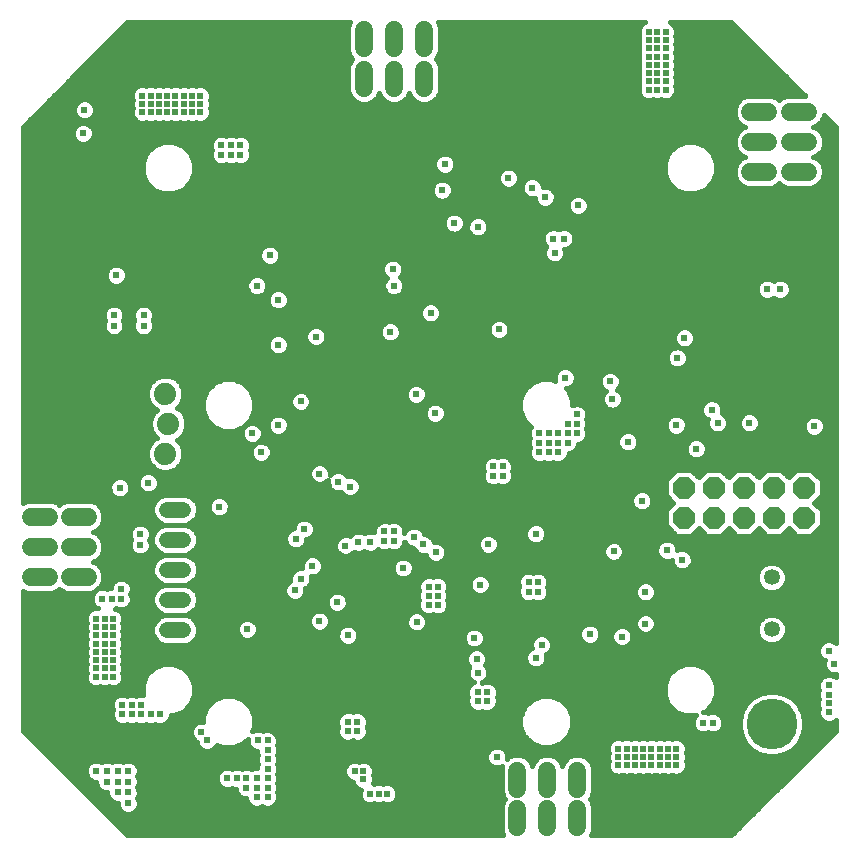
<source format=gbl>
G75*
%MOIN*%
%OFA0B0*%
%FSLAX24Y24*%
%IPPOS*%
%LPD*%
%AMOC8*
5,1,8,0,0,1.08239X$1,22.5*
%
%ADD10C,0.0600*%
%ADD11OC8,0.0740*%
%ADD12C,0.0531*%
%ADD13C,0.0740*%
%ADD14C,0.0531*%
%ADD15C,0.0238*%
%ADD16C,0.0240*%
%ADD17C,0.0160*%
%ADD18C,0.1693*%
D10*
X001387Y009193D02*
X001987Y009193D01*
X002687Y009193D02*
X003287Y009193D01*
X003287Y010193D02*
X002687Y010193D01*
X001987Y010193D02*
X001387Y010193D01*
X001387Y011193D02*
X001987Y011193D01*
X002687Y011193D02*
X003287Y011193D01*
X012502Y025497D02*
X012502Y026097D01*
X012498Y026822D02*
X012498Y027422D01*
X013498Y027422D02*
X013498Y026822D01*
X013502Y026097D02*
X013502Y025497D01*
X014502Y025497D02*
X014502Y026097D01*
X014498Y026822D02*
X014498Y027422D01*
X025383Y024696D02*
X025983Y024696D01*
X026702Y024696D02*
X027302Y024696D01*
X027302Y023696D02*
X026702Y023696D01*
X025983Y023696D02*
X025383Y023696D01*
X025383Y022696D02*
X025983Y022696D01*
X026702Y022696D02*
X027302Y022696D01*
X019617Y002722D02*
X019617Y002122D01*
X019617Y001437D02*
X019617Y000837D01*
X018617Y000837D02*
X018617Y001437D01*
X018617Y002122D02*
X018617Y002722D01*
X017617Y002722D02*
X017617Y002122D01*
X017617Y001437D02*
X017617Y000837D01*
D11*
X023162Y011158D03*
X023162Y012158D03*
X024162Y012158D03*
X024162Y011158D03*
X025162Y011158D03*
X025162Y012158D03*
X026162Y012158D03*
X026162Y011158D03*
X027162Y011158D03*
X027162Y012158D03*
D12*
X006470Y011423D02*
X005939Y011423D01*
X005939Y010423D02*
X006470Y010423D01*
X006470Y009423D02*
X005939Y009423D01*
X005939Y008423D02*
X006470Y008423D01*
X006474Y007415D02*
X005943Y007415D01*
D13*
X005879Y013295D03*
X005979Y014295D03*
X005879Y015295D03*
D14*
X026097Y009169D03*
X026097Y007437D03*
D15*
X027987Y006728D03*
X028183Y006295D03*
X027997Y005576D03*
X027997Y005261D03*
X027997Y004985D03*
X027997Y004670D03*
X022908Y003460D03*
X022908Y003185D03*
X022632Y003185D03*
X022632Y003460D03*
X022357Y003460D03*
X022357Y003185D03*
X022081Y003185D03*
X022081Y003460D03*
X021806Y003460D03*
X021806Y003185D03*
X021806Y002909D03*
X022081Y002909D03*
X022357Y002909D03*
X022632Y002909D03*
X022908Y002909D03*
X021530Y002909D03*
X021530Y003185D03*
X021530Y003460D03*
X021254Y003460D03*
X020979Y003460D03*
X020979Y003185D03*
X021254Y003185D03*
X021254Y002909D03*
X020979Y002909D03*
X016924Y003185D03*
X015939Y003185D03*
X015664Y003185D03*
X015664Y003460D03*
X015939Y003460D03*
X015939Y002909D03*
X015664Y002909D03*
X015388Y002909D03*
X015113Y002909D03*
X015113Y003185D03*
X015388Y003185D03*
X015388Y003460D03*
X015113Y003460D03*
X014837Y003460D03*
X014837Y003185D03*
X014561Y003185D03*
X014286Y003185D03*
X014286Y003460D03*
X014561Y003460D03*
X014010Y003460D03*
X014010Y003185D03*
X014010Y002909D03*
X014286Y002909D03*
X014561Y002909D03*
X014837Y002909D03*
X012475Y002712D03*
X012475Y002437D03*
X012199Y002712D03*
X009286Y002791D03*
X009286Y003106D03*
X009286Y003421D03*
X009286Y003736D03*
X008971Y003736D03*
X008931Y002476D03*
X008931Y002161D03*
X008931Y001846D03*
X009286Y001846D03*
X009286Y002161D03*
X009286Y002476D03*
X008577Y002476D03*
X008262Y002476D03*
X007947Y002476D03*
X008577Y002161D03*
X007278Y003736D03*
X007081Y004011D03*
X005703Y004602D03*
X005388Y004602D03*
X005073Y004602D03*
X004758Y004602D03*
X004443Y004602D03*
X004443Y004917D03*
X004758Y004917D03*
X005073Y004917D03*
X004128Y005862D03*
X003853Y005862D03*
X003853Y006137D03*
X004128Y006137D03*
X004128Y006413D03*
X003853Y006413D03*
X003853Y006689D03*
X003853Y006964D03*
X004128Y006964D03*
X004128Y006689D03*
X004128Y007240D03*
X003853Y007240D03*
X003853Y007515D03*
X004128Y007515D03*
X004128Y007791D03*
X003853Y007791D03*
X003577Y007791D03*
X003577Y007515D03*
X003577Y007240D03*
X003577Y006964D03*
X003577Y006689D03*
X003577Y006413D03*
X003577Y006137D03*
X003577Y005862D03*
X003774Y008460D03*
X004089Y008460D03*
X004404Y008460D03*
X004404Y008775D03*
X005041Y010253D03*
X005041Y010607D03*
X004365Y012161D03*
X004089Y012752D03*
X004089Y013027D03*
X003813Y013027D03*
X003538Y013027D03*
X003538Y012752D03*
X003813Y012752D03*
X003813Y013303D03*
X003538Y013303D03*
X003538Y013578D03*
X003813Y013578D03*
X003813Y013854D03*
X003538Y013854D03*
X003538Y014130D03*
X003538Y014405D03*
X003813Y014405D03*
X003813Y014130D03*
X004089Y014130D03*
X004089Y014405D03*
X004089Y014681D03*
X003813Y014681D03*
X003538Y014681D03*
X004089Y013854D03*
X004089Y013578D03*
X004089Y013303D03*
X004168Y017555D03*
X004168Y017909D03*
X004246Y019248D03*
X007750Y023263D03*
X007750Y023578D03*
X008065Y023578D03*
X008065Y023263D03*
X008380Y023263D03*
X008380Y023578D03*
X008243Y024661D03*
X008518Y024661D03*
X008518Y024937D03*
X008518Y025212D03*
X008243Y025212D03*
X008243Y024937D03*
X007967Y024937D03*
X007967Y025212D03*
X007967Y024661D03*
X008794Y024661D03*
X009069Y024661D03*
X009069Y024937D03*
X009069Y025212D03*
X008794Y025212D03*
X008794Y024937D03*
X009345Y024937D03*
X009345Y025212D03*
X009620Y025212D03*
X009620Y024937D03*
X009620Y024661D03*
X009345Y024661D03*
X009896Y024661D03*
X009896Y024937D03*
X009896Y025212D03*
X007042Y025232D03*
X007042Y024956D03*
X007042Y024681D03*
X006766Y024681D03*
X006766Y024956D03*
X006491Y024956D03*
X006491Y024681D03*
X006215Y024681D03*
X006215Y024956D03*
X005939Y024956D03*
X005664Y024956D03*
X005664Y024681D03*
X005939Y024681D03*
X005388Y024681D03*
X005388Y024956D03*
X005113Y024956D03*
X005113Y024681D03*
X005113Y025232D03*
X005388Y025232D03*
X005664Y025232D03*
X005939Y025232D03*
X006215Y025232D03*
X006491Y025232D03*
X006766Y025232D03*
X003183Y024759D03*
X003144Y023972D03*
X008931Y018893D03*
X009365Y019917D03*
X010900Y017200D03*
X009640Y016925D03*
X010388Y015035D03*
X009640Y014248D03*
X008774Y013972D03*
X009070Y013342D03*
X011018Y012633D03*
X010506Y010783D03*
X010231Y010457D03*
X011884Y010232D03*
X012317Y010350D03*
X012711Y010350D03*
X013183Y010389D03*
X013183Y010704D03*
X013498Y010704D03*
X013498Y010389D03*
X014168Y010507D03*
X014897Y010005D03*
X014965Y008861D03*
X014665Y008861D03*
X014665Y008561D03*
X014965Y008561D03*
X014965Y008261D03*
X014665Y008261D03*
X014255Y007689D03*
X013813Y009484D03*
X016372Y008933D03*
X016648Y010271D03*
X017987Y009014D03*
X018301Y009013D03*
X018302Y008696D03*
X017987Y008696D03*
X016179Y007152D03*
X016252Y006454D03*
X016301Y005999D03*
X017120Y012555D03*
X018341Y013342D03*
X018656Y013342D03*
X018971Y013342D03*
X018971Y013657D03*
X019286Y013657D03*
X019286Y013972D03*
X019601Y013972D03*
X019601Y014287D03*
X019601Y014602D03*
X019286Y014287D03*
X018971Y013972D03*
X018656Y013972D03*
X018656Y013657D03*
X018341Y013657D03*
X018341Y013972D03*
X019207Y015822D03*
X020703Y015704D03*
X020782Y015114D03*
X023183Y017161D03*
X025211Y019582D03*
X025487Y019582D03*
X025762Y019582D03*
X025762Y019858D03*
X025487Y019858D03*
X025487Y020133D03*
X025762Y020133D03*
X025762Y020409D03*
X025487Y020409D03*
X025487Y020685D03*
X025762Y020685D03*
X025762Y020960D03*
X025487Y020960D03*
X025487Y021236D03*
X025762Y021236D03*
X025762Y021511D03*
X025487Y021511D03*
X025211Y021511D03*
X025211Y021236D03*
X025211Y020960D03*
X025211Y020685D03*
X025211Y020409D03*
X025211Y020133D03*
X025211Y019858D03*
X025939Y018775D03*
X026372Y018775D03*
X025349Y014326D03*
X023577Y013460D03*
X027514Y014208D03*
X019640Y021570D03*
X018538Y021846D03*
X018105Y022161D03*
X017317Y022476D03*
X016294Y020862D03*
X015506Y020980D03*
X015113Y022082D03*
X015191Y022948D03*
X013459Y019444D03*
X013498Y018893D03*
X014719Y017988D03*
X013380Y017358D03*
X014246Y015271D03*
X014876Y014641D03*
X017002Y017437D03*
X018853Y019996D03*
X018813Y020468D03*
X019168Y020468D03*
X022002Y025429D03*
X022002Y025704D03*
X022002Y025980D03*
X022002Y026256D03*
X022002Y026531D03*
X022002Y026807D03*
X022002Y027082D03*
X022002Y027358D03*
X022278Y027358D03*
X022554Y027358D03*
X022554Y027082D03*
X022554Y026807D03*
X022554Y026531D03*
X022554Y026256D03*
X022278Y026256D03*
X022278Y026531D03*
X022278Y026807D03*
X022278Y027082D03*
X022278Y025980D03*
X022554Y025980D03*
X022554Y025704D03*
X022554Y025429D03*
X022278Y025429D03*
X022278Y025704D03*
X004640Y002712D03*
X004640Y002358D03*
X004286Y002358D03*
X004286Y002712D03*
X003931Y002712D03*
X003577Y002712D03*
X003931Y002358D03*
X004286Y002004D03*
X004640Y002004D03*
X004640Y001649D03*
D16*
X008617Y007437D03*
X010191Y008736D03*
X010388Y009130D03*
X010782Y009563D03*
X011609Y008342D03*
X011018Y007712D03*
X011963Y007240D03*
X011963Y004366D03*
X012278Y004366D03*
X012278Y004051D03*
X011963Y004051D03*
X012711Y001964D03*
X012987Y001964D03*
X013262Y001964D03*
X016294Y005035D03*
X016609Y005035D03*
X016609Y005350D03*
X016294Y005350D03*
X018223Y006492D03*
X018420Y006925D03*
X020034Y007279D03*
X021097Y007200D03*
X021884Y007633D03*
X021884Y008696D03*
X022593Y010074D03*
X023105Y009759D03*
X021766Y011728D03*
X020821Y010035D03*
X018223Y010626D03*
X016806Y012555D03*
X016806Y012870D03*
X017120Y012870D03*
X014483Y010271D03*
X012042Y012200D03*
X011648Y012358D03*
X007672Y011531D03*
X005309Y012319D03*
X005152Y017555D03*
X005152Y017909D03*
X009640Y018421D03*
X021294Y013696D03*
X022908Y014248D03*
X024089Y014759D03*
X024286Y014326D03*
X022947Y016492D03*
X023813Y004326D03*
X024128Y004326D03*
D17*
X003259Y002569D02*
X002628Y002569D01*
X002470Y002728D02*
X003228Y002728D01*
X003228Y002782D02*
X003228Y002643D01*
X003281Y002514D01*
X003379Y002416D01*
X003508Y002363D01*
X003582Y002363D01*
X003582Y002288D01*
X003636Y002160D01*
X003734Y002062D01*
X003862Y002009D01*
X003937Y002009D01*
X003937Y001934D01*
X003990Y001806D01*
X004088Y001708D01*
X004216Y001654D01*
X004291Y001654D01*
X004291Y001580D01*
X004344Y001451D01*
X004442Y001353D01*
X004571Y001300D01*
X004710Y001300D01*
X004838Y001353D01*
X004936Y001451D01*
X004989Y001580D01*
X004989Y001719D01*
X004945Y001826D01*
X004989Y001934D01*
X004989Y002073D01*
X004945Y002181D01*
X004989Y002288D01*
X004989Y002427D01*
X004945Y002535D01*
X004989Y002643D01*
X004989Y002782D01*
X004936Y002910D01*
X004838Y003008D01*
X004710Y003061D01*
X004571Y003061D01*
X004463Y003017D01*
X004355Y003061D01*
X004216Y003061D01*
X004109Y003017D01*
X004001Y003061D01*
X003862Y003061D01*
X003754Y003017D01*
X003647Y003061D01*
X003508Y003061D01*
X003379Y003008D01*
X003281Y002910D01*
X003228Y002782D01*
X003271Y002886D02*
X002311Y002886D01*
X002153Y003045D02*
X003467Y003045D01*
X003687Y003045D02*
X003822Y003045D01*
X004041Y003045D02*
X004176Y003045D01*
X004396Y003045D02*
X004530Y003045D01*
X004750Y003045D02*
X008937Y003045D01*
X008937Y003036D02*
X008973Y002948D01*
X008937Y002860D01*
X008937Y002825D01*
X008862Y002825D01*
X008754Y002780D01*
X008647Y002825D01*
X008508Y002825D01*
X008420Y002789D01*
X008332Y002825D01*
X008193Y002825D01*
X008105Y002789D01*
X008017Y002825D01*
X007878Y002825D01*
X007750Y002772D01*
X007651Y002674D01*
X007598Y002545D01*
X007598Y002407D01*
X007651Y002278D01*
X007750Y002180D01*
X007878Y002127D01*
X008017Y002127D01*
X008105Y002163D01*
X008193Y002127D01*
X008228Y002127D01*
X008228Y002092D01*
X008281Y001963D01*
X008379Y001865D01*
X008508Y001812D01*
X008582Y001812D01*
X008582Y001777D01*
X008636Y001648D01*
X008734Y001550D01*
X008862Y001497D01*
X009001Y001497D01*
X009109Y001542D01*
X009216Y001497D01*
X009355Y001497D01*
X009484Y001550D01*
X009582Y001648D01*
X009635Y001777D01*
X009635Y001915D01*
X009598Y002004D01*
X009635Y002092D01*
X009635Y002230D01*
X009598Y002319D01*
X009635Y002407D01*
X009635Y002545D01*
X009598Y002633D01*
X009635Y002722D01*
X009635Y002860D01*
X009598Y002948D01*
X009635Y003036D01*
X009635Y003175D01*
X009598Y003263D01*
X009635Y003351D01*
X009635Y003490D01*
X009598Y003578D01*
X009635Y003666D01*
X009635Y003805D01*
X009582Y003934D01*
X009484Y004032D01*
X009355Y004085D01*
X009216Y004085D01*
X009128Y004048D01*
X009040Y004085D01*
X008901Y004085D01*
X008780Y004035D01*
X008847Y004195D01*
X008847Y004537D01*
X008716Y004853D01*
X008474Y005095D01*
X008158Y005226D01*
X007816Y005226D01*
X007500Y005095D01*
X007258Y004853D01*
X007127Y004537D01*
X007127Y004360D01*
X007012Y004360D01*
X006883Y004307D01*
X006785Y004209D01*
X006732Y004081D01*
X006732Y003942D01*
X006785Y003814D01*
X006883Y003716D01*
X006929Y003697D01*
X006929Y003666D01*
X006982Y003538D01*
X007080Y003440D01*
X007209Y003387D01*
X007347Y003387D01*
X007476Y003440D01*
X007574Y003538D01*
X007598Y003596D01*
X007816Y003506D01*
X008158Y003506D01*
X008474Y003637D01*
X008622Y003785D01*
X008622Y003666D01*
X008675Y003538D01*
X008773Y003440D01*
X008901Y003387D01*
X008937Y003387D01*
X008937Y003351D01*
X008973Y003263D01*
X008937Y003175D01*
X008937Y003036D01*
X008947Y002886D02*
X004946Y002886D01*
X004989Y002728D02*
X007705Y002728D01*
X007608Y002569D02*
X004959Y002569D01*
X004989Y002411D02*
X007598Y002411D01*
X007678Y002252D02*
X004974Y002252D01*
X004981Y002094D02*
X008228Y002094D01*
X008310Y001935D02*
X004989Y001935D01*
X004965Y001777D02*
X008582Y001777D01*
X008666Y001618D02*
X004989Y001618D01*
X004939Y001460D02*
X017087Y001460D01*
X017087Y001543D02*
X017087Y000732D01*
X017149Y000580D01*
X004617Y000580D01*
X001130Y004067D01*
X001130Y008725D01*
X001282Y008663D01*
X002093Y008663D01*
X002288Y008743D01*
X002337Y008793D01*
X002386Y008743D01*
X002581Y008663D01*
X003392Y008663D01*
X003547Y008727D01*
X003478Y008658D01*
X003425Y008530D01*
X003425Y008391D01*
X003478Y008263D01*
X003576Y008164D01*
X003635Y008140D01*
X003508Y008140D01*
X003379Y008087D01*
X003281Y007989D01*
X003228Y007860D01*
X003228Y007722D01*
X003256Y007653D01*
X003228Y007585D01*
X003228Y007446D01*
X003256Y007378D01*
X003228Y007309D01*
X003228Y007170D01*
X003256Y007102D01*
X003228Y007034D01*
X003228Y006895D01*
X003256Y006826D01*
X003228Y006758D01*
X003228Y006619D01*
X003256Y006551D01*
X003228Y006482D01*
X003228Y006344D01*
X003256Y006275D01*
X003228Y006207D01*
X003228Y006068D01*
X003256Y006000D01*
X003228Y005931D01*
X003228Y005792D01*
X003281Y005664D01*
X003379Y005566D01*
X003508Y005513D01*
X003647Y005513D01*
X003715Y005541D01*
X003783Y005513D01*
X003922Y005513D01*
X003991Y005541D01*
X004059Y005513D01*
X004198Y005513D01*
X004326Y005566D01*
X004424Y005664D01*
X004477Y005792D01*
X004477Y005931D01*
X004449Y006000D01*
X004477Y006068D01*
X004477Y006207D01*
X004449Y006275D01*
X004477Y006344D01*
X004477Y006482D01*
X004449Y006551D01*
X004477Y006619D01*
X004477Y006758D01*
X004449Y006826D01*
X004477Y006895D01*
X004477Y007034D01*
X004449Y007102D01*
X004477Y007170D01*
X004477Y007309D01*
X004449Y007378D01*
X004477Y007446D01*
X004477Y007585D01*
X004449Y007653D01*
X004477Y007722D01*
X004477Y007860D01*
X004424Y007989D01*
X004326Y008087D01*
X004213Y008134D01*
X004246Y008148D01*
X004335Y008111D01*
X004473Y008111D01*
X004602Y008164D01*
X004700Y008263D01*
X004753Y008391D01*
X004753Y008530D01*
X004717Y008618D01*
X004753Y008706D01*
X004753Y008845D01*
X004700Y008973D01*
X004602Y009071D01*
X004473Y009124D01*
X004335Y009124D01*
X004206Y009071D01*
X004108Y008973D01*
X004055Y008845D01*
X004055Y008809D01*
X004020Y008809D01*
X003931Y008773D01*
X003843Y008809D01*
X003705Y008809D01*
X003616Y008773D01*
X003736Y008892D01*
X003817Y009087D01*
X003817Y009298D01*
X003736Y009493D01*
X003587Y009642D01*
X003464Y009693D01*
X003587Y009743D01*
X003736Y009892D01*
X003817Y010087D01*
X003817Y010298D01*
X003736Y010493D01*
X003587Y010642D01*
X003464Y010693D01*
X003587Y010743D01*
X003736Y010892D01*
X003817Y011087D01*
X003817Y011298D01*
X003736Y011493D01*
X003587Y011642D01*
X003392Y011723D01*
X002581Y011723D01*
X002386Y011642D01*
X002337Y011592D01*
X002288Y011642D01*
X002093Y011723D01*
X001282Y011723D01*
X001130Y011660D01*
X001130Y024192D01*
X004617Y027679D01*
X012031Y027679D01*
X011968Y027527D01*
X011968Y026716D01*
X012049Y026521D01*
X012113Y026457D01*
X012053Y026397D01*
X011972Y026202D01*
X011972Y025391D01*
X012053Y025197D01*
X012202Y025047D01*
X012397Y024967D01*
X012608Y024967D01*
X012803Y025047D01*
X012952Y025197D01*
X013002Y025319D01*
X013053Y025197D01*
X013202Y025047D01*
X013397Y024967D01*
X013608Y024967D01*
X013803Y025047D01*
X013952Y025197D01*
X014002Y025319D01*
X014053Y025197D01*
X014202Y025047D01*
X014397Y024967D01*
X014608Y024967D01*
X014803Y025047D01*
X014952Y025197D01*
X015032Y025391D01*
X015032Y026202D01*
X014952Y026397D01*
X014888Y026461D01*
X014948Y026521D01*
X015028Y026716D01*
X015028Y027527D01*
X014965Y027679D01*
X021866Y027679D01*
X021805Y027654D01*
X021706Y027556D01*
X021653Y027427D01*
X021653Y027288D01*
X021682Y027220D01*
X021653Y027152D01*
X021653Y027013D01*
X021682Y026944D01*
X021653Y026876D01*
X021653Y026737D01*
X021682Y026669D01*
X021653Y026601D01*
X021653Y026462D01*
X021682Y026393D01*
X021653Y026325D01*
X021653Y026186D01*
X021682Y026118D01*
X021653Y026049D01*
X021653Y025910D01*
X021682Y025842D01*
X021653Y025774D01*
X021653Y025635D01*
X021682Y025567D01*
X021653Y025498D01*
X021653Y025359D01*
X021706Y025231D01*
X021805Y025133D01*
X021933Y025080D01*
X022072Y025080D01*
X022140Y025108D01*
X022209Y025080D01*
X022347Y025080D01*
X022416Y025108D01*
X022484Y025080D01*
X022623Y025080D01*
X022751Y025133D01*
X022849Y025231D01*
X022903Y025359D01*
X022903Y025498D01*
X022874Y025567D01*
X022903Y025635D01*
X022903Y025774D01*
X022874Y025842D01*
X022903Y025910D01*
X022903Y026049D01*
X022874Y026118D01*
X022903Y026186D01*
X022903Y026325D01*
X022874Y026393D01*
X022903Y026462D01*
X022903Y026601D01*
X022874Y026669D01*
X022903Y026737D01*
X022903Y026876D01*
X022874Y026944D01*
X022903Y027013D01*
X022903Y027152D01*
X022874Y027220D01*
X022903Y027288D01*
X022903Y027427D01*
X022849Y027556D01*
X022751Y027654D01*
X022690Y027679D01*
X024742Y027679D01*
X027194Y025226D01*
X026597Y025226D01*
X026402Y025146D01*
X026342Y025086D01*
X026283Y025146D01*
X026088Y025226D01*
X025277Y025226D01*
X025082Y025146D01*
X024933Y024997D01*
X024853Y024802D01*
X024853Y024591D01*
X024933Y024396D01*
X025082Y024247D01*
X025205Y024196D01*
X025082Y024146D01*
X024933Y023997D01*
X024853Y023802D01*
X024853Y023591D01*
X024933Y023396D01*
X025082Y023247D01*
X025205Y023196D01*
X025082Y023146D01*
X024933Y022997D01*
X024853Y022802D01*
X024853Y022591D01*
X024933Y022396D01*
X025082Y022247D01*
X025277Y022166D01*
X026088Y022166D01*
X026283Y022247D01*
X026342Y022307D01*
X026402Y022247D01*
X026597Y022166D01*
X027408Y022166D01*
X027603Y022247D01*
X027752Y022396D01*
X027832Y022591D01*
X027832Y022802D01*
X027752Y022997D01*
X027603Y023146D01*
X027480Y023196D01*
X027603Y023247D01*
X027752Y023396D01*
X027832Y023591D01*
X027832Y023802D01*
X027752Y023997D01*
X027603Y024146D01*
X027480Y024196D01*
X027603Y024247D01*
X027752Y024396D01*
X027832Y024589D01*
X028229Y024192D01*
X028229Y006979D01*
X028184Y007024D01*
X028056Y007077D01*
X027917Y007077D01*
X027789Y007024D01*
X027691Y006926D01*
X027638Y006797D01*
X027638Y006659D01*
X027691Y006530D01*
X027789Y006432D01*
X027852Y006406D01*
X027834Y006364D01*
X027834Y006225D01*
X027888Y006097D01*
X027986Y005999D01*
X028114Y005946D01*
X028229Y005946D01*
X028229Y005837D01*
X028195Y005871D01*
X028066Y005925D01*
X027927Y005925D01*
X027799Y005871D01*
X027701Y005773D01*
X027648Y005645D01*
X027648Y005506D01*
X027684Y005418D01*
X027648Y005330D01*
X027648Y005191D01*
X027676Y005123D01*
X027648Y005054D01*
X027648Y004916D01*
X027684Y004827D01*
X027648Y004739D01*
X027648Y004601D01*
X027701Y004472D01*
X027799Y004374D01*
X027927Y004321D01*
X028066Y004321D01*
X028195Y004374D01*
X028229Y004409D01*
X028229Y004067D01*
X024742Y000580D01*
X020084Y000580D01*
X020147Y000732D01*
X020147Y001543D01*
X020066Y001738D01*
X020024Y001780D01*
X020066Y001822D01*
X020147Y002017D01*
X020147Y002828D01*
X020066Y003022D01*
X019917Y003172D01*
X019722Y003252D01*
X019511Y003252D01*
X019316Y003172D01*
X019167Y003022D01*
X019117Y002900D01*
X019066Y003022D01*
X018917Y003172D01*
X018722Y003252D01*
X018511Y003252D01*
X018316Y003172D01*
X018167Y003022D01*
X018117Y002900D01*
X018066Y003022D01*
X017917Y003172D01*
X017722Y003252D01*
X017511Y003252D01*
X017316Y003172D01*
X017273Y003128D01*
X017273Y003254D01*
X017220Y003382D01*
X017121Y003481D01*
X016993Y003534D01*
X016854Y003534D01*
X016726Y003481D01*
X016628Y003382D01*
X016575Y003254D01*
X016575Y003115D01*
X016628Y002987D01*
X016726Y002889D01*
X016854Y002836D01*
X016993Y002836D01*
X017110Y002884D01*
X017087Y002828D01*
X017087Y002017D01*
X017167Y001822D01*
X017209Y001780D01*
X017167Y001738D01*
X017087Y001543D01*
X017118Y001618D02*
X013341Y001618D01*
X013332Y001614D02*
X013460Y001667D01*
X013559Y001766D01*
X013612Y001895D01*
X013612Y002034D01*
X013559Y002162D01*
X013460Y002261D01*
X013332Y002314D01*
X013193Y002314D01*
X013124Y002286D01*
X013056Y002314D01*
X012917Y002314D01*
X012849Y002286D01*
X012799Y002307D01*
X012824Y002367D01*
X012824Y002506D01*
X012796Y002574D01*
X012824Y002643D01*
X012824Y002782D01*
X012771Y002910D01*
X012673Y003008D01*
X012544Y003061D01*
X012405Y003061D01*
X012337Y003033D01*
X012269Y003061D01*
X012130Y003061D01*
X012001Y003008D01*
X011903Y002910D01*
X011850Y002782D01*
X011850Y002643D01*
X011903Y002514D01*
X012001Y002416D01*
X012127Y002364D01*
X012179Y002239D01*
X012277Y002141D01*
X012387Y002095D01*
X012361Y002034D01*
X012361Y001895D01*
X012414Y001766D01*
X012513Y001667D01*
X012641Y001614D01*
X012781Y001614D01*
X012849Y001642D01*
X012917Y001614D01*
X013056Y001614D01*
X013124Y001642D01*
X013193Y001614D01*
X013332Y001614D01*
X013183Y001618D02*
X013065Y001618D01*
X012908Y001618D02*
X012790Y001618D01*
X012632Y001618D02*
X009551Y001618D01*
X009635Y001777D02*
X012410Y001777D01*
X012361Y001935D02*
X009627Y001935D01*
X009635Y002094D02*
X012386Y002094D01*
X012173Y002252D02*
X009626Y002252D01*
X009635Y002411D02*
X012015Y002411D01*
X011881Y002569D02*
X009625Y002569D01*
X009635Y002728D02*
X011850Y002728D01*
X011893Y002886D02*
X009624Y002886D01*
X009635Y003045D02*
X012089Y003045D01*
X012309Y003045D02*
X012365Y003045D01*
X012585Y003045D02*
X016604Y003045D01*
X016575Y003203D02*
X009623Y003203D01*
X009635Y003362D02*
X016619Y003362D01*
X016821Y003520D02*
X009623Y003520D01*
X009635Y003679D02*
X018048Y003679D01*
X018090Y003637D02*
X018406Y003506D01*
X018748Y003506D01*
X019064Y003637D01*
X019306Y003879D01*
X019437Y004195D01*
X019437Y004537D01*
X019306Y004853D01*
X019064Y005095D01*
X018748Y005226D01*
X018406Y005226D01*
X018090Y005095D01*
X017848Y004853D01*
X017717Y004537D01*
X017717Y004195D01*
X017848Y003879D01*
X018090Y003637D01*
X017890Y003837D02*
X012559Y003837D01*
X012575Y003853D02*
X012628Y003981D01*
X012628Y004120D01*
X012592Y004208D01*
X012628Y004296D01*
X012628Y004435D01*
X012575Y004564D01*
X012476Y004662D01*
X012348Y004716D01*
X012208Y004716D01*
X012120Y004679D01*
X012033Y004716D01*
X011893Y004716D01*
X011765Y004662D01*
X011666Y004564D01*
X011613Y004435D01*
X011613Y004296D01*
X011649Y004208D01*
X011613Y004120D01*
X011613Y003981D01*
X011666Y003853D01*
X011765Y003754D01*
X011893Y003701D01*
X012033Y003701D01*
X012120Y003737D01*
X012208Y003701D01*
X012348Y003701D01*
X012476Y003754D01*
X012575Y003853D01*
X012628Y003996D02*
X017800Y003996D01*
X017734Y004154D02*
X012614Y004154D01*
X012628Y004313D02*
X017717Y004313D01*
X017717Y004471D02*
X012613Y004471D01*
X012509Y004630D02*
X017756Y004630D01*
X017821Y004788D02*
X016857Y004788D01*
X016905Y004837D02*
X016959Y004965D01*
X016959Y005105D01*
X016922Y005193D01*
X016959Y005280D01*
X016959Y005420D01*
X016905Y005548D01*
X016807Y005647D01*
X016678Y005700D01*
X016539Y005700D01*
X016451Y005664D01*
X016428Y005673D01*
X016499Y005703D01*
X016597Y005801D01*
X016650Y005929D01*
X016650Y006068D01*
X016597Y006196D01*
X016543Y006251D01*
X016548Y006257D01*
X016601Y006385D01*
X016601Y006524D01*
X016548Y006652D01*
X016450Y006750D01*
X016322Y006803D01*
X016250Y006803D01*
X016377Y006856D01*
X016475Y006954D01*
X016528Y007082D01*
X016528Y007221D01*
X016475Y007349D01*
X016377Y007448D01*
X016249Y007501D01*
X016110Y007501D01*
X015982Y007448D01*
X015883Y007349D01*
X015830Y007221D01*
X015830Y007082D01*
X015883Y006954D01*
X015982Y006856D01*
X016110Y006803D01*
X016181Y006803D01*
X016055Y006750D01*
X015957Y006652D01*
X015903Y006524D01*
X015903Y006385D01*
X015957Y006257D01*
X016011Y006202D01*
X016005Y006196D01*
X015952Y006068D01*
X015952Y005929D01*
X016005Y005801D01*
X016103Y005703D01*
X016167Y005676D01*
X016095Y005647D01*
X015997Y005548D01*
X015944Y005420D01*
X015944Y005280D01*
X015980Y005193D01*
X015944Y005105D01*
X008449Y005105D01*
X008622Y004947D02*
X015952Y004947D01*
X015944Y004965D02*
X015997Y004837D01*
X016095Y004738D01*
X016224Y004685D01*
X016363Y004685D01*
X016451Y004721D01*
X016539Y004685D01*
X016678Y004685D01*
X016807Y004738D01*
X016905Y004837D01*
X016951Y004947D02*
X017942Y004947D01*
X018115Y005105D02*
X016959Y005105D01*
X016952Y005264D02*
X022520Y005264D01*
X022520Y005258D02*
X022651Y004942D01*
X022893Y004700D01*
X023209Y004569D01*
X023551Y004569D01*
X023568Y004576D01*
X023517Y004525D01*
X023463Y004396D01*
X023463Y004257D01*
X023517Y004128D01*
X023615Y004030D01*
X023744Y003976D01*
X023883Y003976D01*
X023971Y004013D01*
X024059Y003976D01*
X024198Y003976D01*
X024327Y004030D01*
X024425Y004128D01*
X024478Y004257D01*
X024478Y004396D01*
X024425Y004525D01*
X024327Y004623D01*
X024198Y004676D01*
X024059Y004676D01*
X023971Y004640D01*
X023883Y004676D01*
X023811Y004676D01*
X023867Y004700D01*
X024109Y004942D01*
X024240Y005258D01*
X024240Y005600D01*
X024109Y005916D01*
X023867Y006158D01*
X023551Y006289D01*
X023209Y006289D01*
X022893Y006158D01*
X022651Y005916D01*
X022520Y005600D01*
X022520Y005258D01*
X022520Y005422D02*
X016958Y005422D01*
X016873Y005581D02*
X022520Y005581D01*
X022578Y005739D02*
X016535Y005739D01*
X016637Y005898D02*
X022644Y005898D01*
X022791Y006056D02*
X016650Y006056D01*
X016579Y006215D02*
X018005Y006215D01*
X018025Y006195D02*
X018153Y006142D01*
X018292Y006142D01*
X018421Y006195D01*
X018520Y006293D01*
X018573Y006422D01*
X018573Y006561D01*
X018556Y006602D01*
X018618Y006628D01*
X018716Y006727D01*
X018770Y006855D01*
X018770Y006994D01*
X018716Y007123D01*
X018618Y007222D01*
X018489Y007275D01*
X018350Y007275D01*
X018221Y007222D01*
X018123Y007123D01*
X018070Y006994D01*
X018070Y006855D01*
X018087Y006814D01*
X018025Y006788D01*
X017926Y006690D01*
X017873Y006561D01*
X017873Y006422D01*
X017926Y006293D01*
X018025Y006195D01*
X017893Y006373D02*
X016597Y006373D01*
X016598Y006532D02*
X017873Y006532D01*
X017926Y006690D02*
X016510Y006690D01*
X016360Y006849D02*
X018072Y006849D01*
X018075Y007007D02*
X016497Y007007D01*
X016528Y007166D02*
X018165Y007166D01*
X018674Y007166D02*
X019702Y007166D01*
X019684Y007210D02*
X019737Y007081D01*
X019836Y006982D01*
X019964Y006929D01*
X020103Y006929D01*
X020232Y006982D01*
X020331Y007081D01*
X020384Y007210D01*
X020384Y007349D01*
X020331Y007477D01*
X020232Y007576D01*
X020103Y007629D01*
X019964Y007629D01*
X019836Y007576D01*
X019737Y007477D01*
X019684Y007349D01*
X019684Y007210D01*
X019684Y007324D02*
X016486Y007324D01*
X016293Y007483D02*
X019742Y007483D01*
X019811Y007007D02*
X018764Y007007D01*
X018767Y006849D02*
X027659Y006849D01*
X027638Y006690D02*
X018680Y006690D01*
X018573Y006532D02*
X027690Y006532D01*
X027838Y006373D02*
X018552Y006373D01*
X018441Y006215D02*
X023030Y006215D01*
X023730Y006215D02*
X027839Y006215D01*
X027929Y006056D02*
X023969Y006056D01*
X024117Y005898D02*
X027862Y005898D01*
X027687Y005739D02*
X024183Y005739D01*
X024240Y005581D02*
X027648Y005581D01*
X027683Y005422D02*
X024240Y005422D01*
X024240Y005264D02*
X025635Y005264D01*
X025681Y005290D02*
X025436Y005148D01*
X025235Y004948D01*
X025094Y004703D01*
X025020Y004429D01*
X025020Y004145D01*
X025094Y003872D01*
X025235Y003626D01*
X025436Y003426D01*
X025681Y003284D01*
X025955Y003211D01*
X026239Y003211D01*
X026512Y003284D01*
X026758Y003426D01*
X026958Y003626D01*
X027100Y003872D01*
X027173Y004145D01*
X027173Y004429D01*
X027100Y004703D01*
X026958Y004948D01*
X026758Y005148D01*
X026512Y005290D01*
X026239Y005363D01*
X025955Y005363D01*
X025681Y005290D01*
X025393Y005105D02*
X024177Y005105D01*
X024111Y004947D02*
X025235Y004947D01*
X025143Y004788D02*
X023956Y004788D01*
X024311Y004630D02*
X025074Y004630D01*
X025032Y004471D02*
X024447Y004471D01*
X024478Y004313D02*
X025020Y004313D01*
X025020Y004154D02*
X024436Y004154D01*
X024244Y003996D02*
X025061Y003996D01*
X025114Y003837D02*
X019265Y003837D01*
X019355Y003996D02*
X023698Y003996D01*
X023929Y003996D02*
X024013Y003996D01*
X023506Y004154D02*
X019420Y004154D01*
X019437Y004313D02*
X023463Y004313D01*
X023494Y004471D02*
X019437Y004471D01*
X019399Y004630D02*
X023063Y004630D01*
X022805Y004788D02*
X019333Y004788D01*
X019213Y004947D02*
X022649Y004947D01*
X022584Y005105D02*
X019040Y005105D01*
X019106Y003679D02*
X020703Y003679D01*
X020683Y003658D02*
X020630Y003530D01*
X020630Y003391D01*
X020658Y003322D01*
X020630Y003254D01*
X020630Y003115D01*
X020658Y003047D01*
X020630Y002978D01*
X020630Y002840D01*
X020683Y002711D01*
X020781Y002613D01*
X020909Y002560D01*
X021048Y002560D01*
X021117Y002588D01*
X021185Y002560D01*
X021324Y002560D01*
X021392Y002588D01*
X021460Y002560D01*
X021599Y002560D01*
X021668Y002588D01*
X021736Y002560D01*
X021875Y002560D01*
X021943Y002588D01*
X022012Y002560D01*
X022151Y002560D01*
X022219Y002588D01*
X022287Y002560D01*
X022426Y002560D01*
X022494Y002588D01*
X022563Y002560D01*
X022702Y002560D01*
X022770Y002588D01*
X022838Y002560D01*
X022977Y002560D01*
X023106Y002613D01*
X023204Y002711D01*
X023257Y002840D01*
X023257Y002978D01*
X023229Y003047D01*
X023257Y003115D01*
X023257Y003254D01*
X023229Y003322D01*
X023257Y003391D01*
X023257Y003530D01*
X023204Y003658D01*
X023106Y003756D01*
X022977Y003809D01*
X022838Y003809D01*
X022770Y003781D01*
X022702Y003809D01*
X022563Y003809D01*
X022494Y003781D01*
X022426Y003809D01*
X022287Y003809D01*
X022219Y003781D01*
X022151Y003809D01*
X022012Y003809D01*
X021943Y003781D01*
X021875Y003809D01*
X021736Y003809D01*
X021668Y003781D01*
X021599Y003809D01*
X021460Y003809D01*
X021392Y003781D01*
X021324Y003809D01*
X021185Y003809D01*
X021117Y003781D01*
X021048Y003809D01*
X020909Y003809D01*
X020781Y003756D01*
X020683Y003658D01*
X020630Y003520D02*
X018782Y003520D01*
X018841Y003203D02*
X019392Y003203D01*
X019189Y003045D02*
X019044Y003045D01*
X018392Y003203D02*
X017841Y003203D01*
X018044Y003045D02*
X018189Y003045D01*
X018372Y003520D02*
X017026Y003520D01*
X017228Y003362D02*
X020642Y003362D01*
X020630Y003203D02*
X019841Y003203D01*
X020044Y003045D02*
X020657Y003045D01*
X020630Y002886D02*
X020122Y002886D01*
X020147Y002728D02*
X020676Y002728D01*
X020888Y002569D02*
X020147Y002569D01*
X020147Y002411D02*
X026572Y002411D01*
X026731Y002569D02*
X022999Y002569D01*
X022817Y002569D02*
X022723Y002569D01*
X022541Y002569D02*
X022448Y002569D01*
X022266Y002569D02*
X022172Y002569D01*
X021990Y002569D02*
X021897Y002569D01*
X021714Y002569D02*
X021621Y002569D01*
X021439Y002569D02*
X021345Y002569D01*
X021163Y002569D02*
X021070Y002569D01*
X020147Y002252D02*
X026414Y002252D01*
X026255Y002094D02*
X020147Y002094D01*
X020113Y001935D02*
X026097Y001935D01*
X025938Y001777D02*
X020027Y001777D01*
X020115Y001618D02*
X025780Y001618D01*
X025621Y001460D02*
X020147Y001460D01*
X020147Y001301D02*
X025463Y001301D01*
X025304Y001143D02*
X020147Y001143D01*
X020147Y000984D02*
X025146Y000984D01*
X024987Y000826D02*
X020147Y000826D01*
X020120Y000667D02*
X024829Y000667D01*
X023210Y002728D02*
X026889Y002728D01*
X027048Y002886D02*
X023257Y002886D01*
X023230Y003045D02*
X027206Y003045D01*
X027365Y003203D02*
X023257Y003203D01*
X023245Y003362D02*
X025547Y003362D01*
X025342Y003520D02*
X023257Y003520D01*
X023183Y003679D02*
X025205Y003679D01*
X026647Y003362D02*
X027523Y003362D01*
X027682Y003520D02*
X026852Y003520D01*
X026989Y003679D02*
X027840Y003679D01*
X027999Y003837D02*
X027080Y003837D01*
X027133Y003996D02*
X028157Y003996D01*
X028229Y004154D02*
X027173Y004154D01*
X027173Y004313D02*
X028229Y004313D01*
X027702Y004471D02*
X027162Y004471D01*
X027120Y004630D02*
X027648Y004630D01*
X027668Y004788D02*
X027051Y004788D01*
X026959Y004947D02*
X027648Y004947D01*
X027669Y005105D02*
X026801Y005105D01*
X026558Y005264D02*
X027648Y005264D01*
X028132Y005898D02*
X028229Y005898D01*
X028201Y007007D02*
X028229Y007007D01*
X028229Y007166D02*
X026521Y007166D01*
X026517Y007156D02*
X026593Y007338D01*
X026593Y007535D01*
X026517Y007717D01*
X026378Y007857D01*
X026195Y007932D01*
X025998Y007932D01*
X025816Y007857D01*
X025677Y007717D01*
X025601Y007535D01*
X025601Y007338D01*
X025677Y007156D01*
X025816Y007016D01*
X025998Y006941D01*
X026195Y006941D01*
X026378Y007016D01*
X026517Y007156D01*
X026587Y007324D02*
X028229Y007324D01*
X028229Y007483D02*
X026593Y007483D01*
X026549Y007641D02*
X028229Y007641D01*
X028229Y007800D02*
X026435Y007800D01*
X025759Y007800D02*
X022194Y007800D01*
X022181Y007832D02*
X022083Y007930D01*
X021954Y007983D01*
X021815Y007983D01*
X021686Y007930D01*
X021588Y007832D01*
X021534Y007703D01*
X021534Y007564D01*
X021588Y007435D01*
X021686Y007337D01*
X021815Y007283D01*
X021954Y007283D01*
X022083Y007337D01*
X022181Y007435D01*
X022234Y007564D01*
X022234Y007703D01*
X022181Y007832D01*
X022234Y007641D02*
X025645Y007641D01*
X025601Y007483D02*
X022201Y007483D01*
X022052Y007324D02*
X025607Y007324D01*
X025673Y007166D02*
X021447Y007166D01*
X021447Y007131D02*
X021394Y007002D01*
X021295Y006904D01*
X021166Y006850D01*
X021027Y006850D01*
X020899Y006904D01*
X020800Y007002D01*
X020747Y007131D01*
X020747Y007270D01*
X020800Y007399D01*
X020899Y007497D01*
X021027Y007550D01*
X021166Y007550D01*
X021295Y007497D01*
X021394Y007399D01*
X021447Y007270D01*
X021447Y007131D01*
X021396Y007007D02*
X025839Y007007D01*
X026355Y007007D02*
X027772Y007007D01*
X028229Y007958D02*
X022015Y007958D01*
X021753Y007958D02*
X015146Y007958D01*
X015163Y007965D02*
X015261Y008063D01*
X015314Y008191D01*
X015314Y008330D01*
X015280Y008411D01*
X015314Y008491D01*
X015314Y008630D01*
X015280Y008711D01*
X015314Y008791D01*
X015314Y008930D01*
X015261Y009059D01*
X015163Y009157D01*
X015034Y009210D01*
X014895Y009210D01*
X014815Y009176D01*
X014734Y009210D01*
X014595Y009210D01*
X014467Y009157D01*
X014369Y009059D01*
X014316Y008930D01*
X014316Y008791D01*
X014349Y008711D01*
X014316Y008630D01*
X014316Y008491D01*
X014349Y008411D01*
X014316Y008330D01*
X014316Y008191D01*
X014369Y008063D01*
X014443Y007989D01*
X014324Y008038D01*
X014185Y008038D01*
X014057Y007985D01*
X013959Y007887D01*
X013906Y007759D01*
X013906Y007620D01*
X013959Y007491D01*
X014057Y007393D01*
X014185Y007340D01*
X014324Y007340D01*
X014452Y007393D01*
X014551Y007491D01*
X014604Y007620D01*
X014604Y007759D01*
X014551Y007887D01*
X014477Y007961D01*
X014595Y007912D01*
X014734Y007912D01*
X014815Y007945D01*
X014895Y007912D01*
X015034Y007912D01*
X015163Y007965D01*
X015283Y008117D02*
X028229Y008117D01*
X028229Y008275D02*
X015314Y008275D01*
X015290Y008434D02*
X017756Y008434D01*
X017789Y008401D02*
X017917Y008347D01*
X018056Y008347D01*
X018144Y008384D01*
X018232Y008347D01*
X018371Y008347D01*
X018499Y008401D01*
X018597Y008499D01*
X018651Y008627D01*
X018651Y008766D01*
X018614Y008855D01*
X018650Y008943D01*
X018650Y009082D01*
X018597Y009210D01*
X018499Y009309D01*
X018371Y009362D01*
X018232Y009362D01*
X018146Y009326D01*
X018057Y009363D01*
X017918Y009363D01*
X017789Y009310D01*
X017691Y009212D01*
X017638Y009083D01*
X017638Y008945D01*
X017675Y008856D01*
X017638Y008766D01*
X017638Y008627D01*
X017691Y008499D01*
X017789Y008401D01*
X017652Y008592D02*
X016462Y008592D01*
X016442Y008584D02*
X016570Y008637D01*
X016668Y008735D01*
X016721Y008863D01*
X016721Y009002D01*
X016668Y009130D01*
X016570Y009229D01*
X016442Y009282D01*
X016303Y009282D01*
X016175Y009229D01*
X016077Y009130D01*
X016023Y009002D01*
X016023Y008863D01*
X016077Y008735D01*
X016175Y008637D01*
X016303Y008584D01*
X016442Y008584D01*
X016283Y008592D02*
X015314Y008592D01*
X015297Y008751D02*
X016070Y008751D01*
X016023Y008909D02*
X015314Y008909D01*
X015252Y009068D02*
X016050Y009068D01*
X016172Y009226D02*
X014049Y009226D01*
X014011Y009188D02*
X014109Y009286D01*
X014162Y009414D01*
X014162Y009553D01*
X014109Y009682D01*
X014011Y009780D01*
X013883Y009833D01*
X013744Y009833D01*
X013616Y009780D01*
X013517Y009682D01*
X013464Y009553D01*
X013464Y009414D01*
X013517Y009286D01*
X013616Y009188D01*
X013744Y009135D01*
X013883Y009135D01*
X014011Y009188D01*
X014150Y009385D02*
X025650Y009385D01*
X025677Y009450D02*
X025601Y009268D01*
X025601Y009070D01*
X025677Y008888D01*
X025816Y008749D01*
X025998Y008673D01*
X026195Y008673D01*
X026378Y008749D01*
X026517Y008888D01*
X026593Y009070D01*
X026593Y009268D01*
X026517Y009450D01*
X026378Y009589D01*
X026195Y009665D01*
X025998Y009665D01*
X025816Y009589D01*
X025677Y009450D01*
X025770Y009543D02*
X023383Y009543D01*
X023401Y009561D02*
X023303Y009463D01*
X023174Y009409D01*
X023035Y009409D01*
X022906Y009463D01*
X022808Y009561D01*
X022755Y009690D01*
X022755Y009763D01*
X022663Y009724D01*
X022523Y009724D01*
X022395Y009778D01*
X022296Y009876D01*
X022243Y010005D01*
X022243Y010144D01*
X022296Y010273D01*
X022395Y010371D01*
X022523Y010424D01*
X022663Y010424D01*
X022791Y010371D01*
X022890Y010273D01*
X022943Y010144D01*
X022943Y010071D01*
X023035Y010109D01*
X023174Y010109D01*
X023303Y010056D01*
X023401Y009958D01*
X023455Y009829D01*
X023455Y009690D01*
X023401Y009561D01*
X023455Y009702D02*
X028229Y009702D01*
X028229Y009860D02*
X023442Y009860D01*
X023341Y010019D02*
X028229Y010019D01*
X028229Y010177D02*
X022929Y010177D01*
X022827Y010336D02*
X028229Y010336D01*
X028229Y010494D02*
X018547Y010494D01*
X018573Y010556D02*
X018520Y010427D01*
X018421Y010329D01*
X018292Y010276D01*
X018153Y010276D01*
X018025Y010329D01*
X017926Y010427D01*
X017873Y010556D01*
X017873Y010695D01*
X017926Y010824D01*
X018025Y010922D01*
X018153Y010976D01*
X018292Y010976D01*
X018421Y010922D01*
X018520Y010824D01*
X018573Y010695D01*
X018573Y010556D01*
X018573Y010653D02*
X022819Y010653D01*
X022914Y010558D02*
X022562Y010909D01*
X022562Y011406D01*
X022814Y011658D01*
X022562Y011909D01*
X022562Y012406D01*
X022914Y012758D01*
X023411Y012758D01*
X023662Y012506D01*
X023914Y012758D01*
X024411Y012758D01*
X024662Y012506D01*
X024914Y012758D01*
X025411Y012758D01*
X025662Y012506D01*
X025914Y012758D01*
X026411Y012758D01*
X026662Y012506D01*
X026914Y012758D01*
X027411Y012758D01*
X027762Y012406D01*
X027762Y011909D01*
X027511Y011658D01*
X027762Y011406D01*
X027762Y010909D01*
X027411Y010558D01*
X026914Y010558D01*
X026662Y010809D01*
X026411Y010558D01*
X025914Y010558D01*
X025662Y010809D01*
X025411Y010558D01*
X024914Y010558D01*
X024662Y010809D01*
X024411Y010558D01*
X023914Y010558D01*
X023662Y010809D01*
X023411Y010558D01*
X022914Y010558D01*
X022661Y010811D02*
X018525Y010811D01*
X018307Y010970D02*
X022562Y010970D01*
X022562Y011128D02*
X010586Y011128D01*
X010576Y011132D02*
X010437Y011132D01*
X010309Y011079D01*
X010210Y010981D01*
X010157Y010853D01*
X010157Y010804D01*
X010033Y010753D01*
X009935Y010655D01*
X009882Y010526D01*
X009882Y010387D01*
X009935Y010259D01*
X010033Y010161D01*
X010161Y010108D01*
X010300Y010108D01*
X010428Y010161D01*
X010527Y010259D01*
X010580Y010387D01*
X010580Y010436D01*
X010704Y010487D01*
X010802Y010585D01*
X010855Y010714D01*
X010855Y010853D01*
X010802Y010981D01*
X010704Y011079D01*
X010576Y011132D01*
X010427Y011128D02*
X006876Y011128D01*
X006891Y011142D02*
X006966Y011325D01*
X006966Y011522D01*
X006891Y011704D01*
X006751Y011844D01*
X006569Y011919D01*
X005840Y011919D01*
X005658Y011844D01*
X005519Y011704D01*
X005443Y011522D01*
X005443Y011325D01*
X005519Y011142D01*
X005658Y011003D01*
X005840Y010927D01*
X006569Y010927D01*
X006751Y011003D01*
X006891Y011142D01*
X006950Y011287D02*
X007421Y011287D01*
X007375Y011333D02*
X007473Y011234D01*
X007602Y011181D01*
X007741Y011181D01*
X007870Y011234D01*
X007968Y011333D01*
X008022Y011461D01*
X008022Y011601D01*
X007968Y011729D01*
X007870Y011828D01*
X007741Y011881D01*
X007602Y011881D01*
X007473Y011828D01*
X007375Y011729D01*
X007322Y011601D01*
X007322Y011461D01*
X007375Y011333D01*
X007328Y011445D02*
X006966Y011445D01*
X006932Y011604D02*
X007323Y011604D01*
X007408Y011762D02*
X006833Y011762D01*
X006671Y010970D02*
X010206Y010970D01*
X010157Y010811D02*
X006784Y010811D01*
X006751Y010844D02*
X006569Y010919D01*
X005840Y010919D01*
X005658Y010844D01*
X005519Y010704D01*
X005443Y010522D01*
X005443Y010325D01*
X005519Y010142D01*
X005658Y010003D01*
X005840Y009927D01*
X006569Y009927D01*
X006751Y010003D01*
X006891Y010142D01*
X006966Y010325D01*
X006966Y010522D01*
X006891Y010704D01*
X006751Y010844D01*
X006912Y010653D02*
X009934Y010653D01*
X009882Y010494D02*
X006966Y010494D01*
X006966Y010336D02*
X009903Y010336D01*
X010017Y010177D02*
X006905Y010177D01*
X006767Y010019D02*
X011604Y010019D01*
X011588Y010034D02*
X011687Y009936D01*
X011815Y009883D01*
X011954Y009883D01*
X012082Y009936D01*
X012177Y010031D01*
X012248Y010001D01*
X012387Y010001D01*
X012514Y010054D01*
X012642Y010001D01*
X012780Y010001D01*
X012909Y010054D01*
X012967Y010112D01*
X012986Y010093D01*
X013114Y010040D01*
X013253Y010040D01*
X013341Y010077D01*
X013429Y010040D01*
X013568Y010040D01*
X013696Y010093D01*
X013794Y010192D01*
X013847Y010320D01*
X013847Y010368D01*
X013872Y010310D01*
X013970Y010212D01*
X014098Y010158D01*
X014151Y010158D01*
X014186Y010073D01*
X014284Y009975D01*
X014413Y009921D01*
X014552Y009921D01*
X014554Y009922D01*
X014601Y009807D01*
X014699Y009709D01*
X014828Y009656D01*
X014966Y009656D01*
X015095Y009709D01*
X015193Y009807D01*
X015246Y009936D01*
X015246Y010074D01*
X015193Y010203D01*
X015095Y010301D01*
X014966Y010354D01*
X014828Y010354D01*
X014827Y010354D01*
X014779Y010470D01*
X014681Y010568D01*
X014552Y010621D01*
X014498Y010621D01*
X014464Y010705D01*
X014365Y010803D01*
X014237Y010857D01*
X014098Y010857D01*
X013970Y010803D01*
X013872Y010705D01*
X013847Y010646D01*
X013847Y010774D01*
X013794Y010902D01*
X013696Y011000D01*
X013568Y011053D01*
X013429Y011053D01*
X013341Y011017D01*
X013253Y011053D01*
X013114Y011053D01*
X012986Y011000D01*
X012888Y010902D01*
X012834Y010774D01*
X012834Y010677D01*
X012780Y010699D01*
X012642Y010699D01*
X012514Y010646D01*
X012387Y010699D01*
X012248Y010699D01*
X012120Y010646D01*
X012025Y010551D01*
X011954Y010581D01*
X011815Y010581D01*
X011687Y010528D01*
X011588Y010430D01*
X011535Y010301D01*
X011535Y010162D01*
X011588Y010034D01*
X011535Y010177D02*
X010445Y010177D01*
X010558Y010336D02*
X011549Y010336D01*
X011653Y010494D02*
X010711Y010494D01*
X010830Y010653D02*
X012136Y010653D01*
X012499Y010653D02*
X012529Y010653D01*
X012850Y010811D02*
X010855Y010811D01*
X010807Y010970D02*
X012955Y010970D01*
X012240Y011904D02*
X012338Y012002D01*
X012392Y012131D01*
X012392Y012270D01*
X012338Y012399D01*
X012240Y012497D01*
X012111Y012550D01*
X011972Y012550D01*
X011951Y012542D01*
X011945Y012556D01*
X011846Y012655D01*
X011718Y012708D01*
X011578Y012708D01*
X011450Y012655D01*
X011367Y012572D01*
X011367Y012703D01*
X011314Y012831D01*
X011216Y012929D01*
X011088Y012983D01*
X010949Y012983D01*
X010820Y012929D01*
X010722Y012831D01*
X010669Y012703D01*
X010669Y012564D01*
X010722Y012436D01*
X010820Y012338D01*
X010949Y012284D01*
X011088Y012284D01*
X011216Y012338D01*
X011298Y012420D01*
X011298Y012288D01*
X011351Y012160D01*
X011450Y012061D01*
X011578Y012008D01*
X011718Y012008D01*
X011739Y012017D01*
X011745Y012002D01*
X011843Y011904D01*
X011972Y011850D01*
X012111Y011850D01*
X012240Y011904D01*
X012257Y011921D02*
X021467Y011921D01*
X021469Y011926D02*
X021416Y011798D01*
X021416Y011658D01*
X021469Y011530D01*
X021568Y011431D01*
X021697Y011378D01*
X021836Y011378D01*
X021964Y011431D01*
X022063Y011530D01*
X022116Y011658D01*
X022116Y011798D01*
X022063Y011926D01*
X021964Y012025D01*
X021836Y012078D01*
X021697Y012078D01*
X021568Y012025D01*
X021469Y011926D01*
X021416Y011762D02*
X007936Y011762D01*
X008020Y011604D02*
X021439Y011604D01*
X021554Y011445D02*
X008015Y011445D01*
X007922Y011287D02*
X022562Y011287D01*
X022601Y011445D02*
X021978Y011445D01*
X022093Y011604D02*
X022759Y011604D01*
X022710Y011762D02*
X022116Y011762D01*
X022065Y011921D02*
X022562Y011921D01*
X022562Y012079D02*
X012370Y012079D01*
X012392Y012238D02*
X016657Y012238D01*
X016607Y012258D02*
X016736Y012205D01*
X016875Y012205D01*
X016964Y012242D01*
X017051Y012206D01*
X017190Y012206D01*
X017318Y012259D01*
X017416Y012357D01*
X017470Y012485D01*
X017470Y012624D01*
X017434Y012711D01*
X017470Y012800D01*
X017470Y012939D01*
X017417Y013068D01*
X017319Y013166D01*
X017190Y013220D01*
X017051Y013220D01*
X016963Y013183D01*
X016875Y013220D01*
X016736Y013220D01*
X016607Y013166D01*
X016509Y013068D01*
X016456Y012939D01*
X016456Y012800D01*
X016492Y012712D01*
X016456Y012624D01*
X016456Y012485D01*
X016509Y012356D01*
X016607Y012258D01*
X016492Y012396D02*
X012340Y012396D01*
X011945Y012555D02*
X016456Y012555D01*
X016492Y012713D02*
X011363Y012713D01*
X011274Y012872D02*
X016456Y012872D01*
X016493Y013030D02*
X009229Y013030D01*
X009268Y013046D02*
X009366Y013144D01*
X009419Y013273D01*
X009419Y013412D01*
X009366Y013540D01*
X009268Y013638D01*
X009140Y013691D01*
X009001Y013691D01*
X008977Y013681D01*
X009070Y013774D01*
X009123Y013903D01*
X009123Y014041D01*
X009070Y014170D01*
X008972Y014268D01*
X008843Y014321D01*
X008705Y014321D01*
X008576Y014268D01*
X008478Y014170D01*
X008425Y014041D01*
X008425Y013903D01*
X008478Y013774D01*
X008576Y013676D01*
X008705Y013623D01*
X008843Y013623D01*
X008867Y013633D01*
X008774Y013540D01*
X008721Y013412D01*
X008721Y013273D01*
X008774Y013144D01*
X008873Y013046D01*
X009001Y012993D01*
X009140Y012993D01*
X009268Y013046D01*
X009384Y013189D02*
X016661Y013189D01*
X016950Y013189D02*
X016976Y013189D01*
X017265Y013189D02*
X018027Y013189D01*
X018045Y013144D02*
X018143Y013046D01*
X018272Y012993D01*
X018410Y012993D01*
X018498Y013030D01*
X018586Y012993D01*
X018725Y012993D01*
X018813Y013030D01*
X018901Y012993D01*
X019040Y012993D01*
X019169Y013046D01*
X019267Y013144D01*
X019320Y013273D01*
X019320Y013308D01*
X019355Y013308D01*
X019484Y013361D01*
X019582Y013459D01*
X019635Y013588D01*
X019635Y013623D01*
X019670Y013623D01*
X019799Y013676D01*
X019897Y013774D01*
X019950Y013903D01*
X019950Y014041D01*
X019913Y014130D01*
X019950Y014218D01*
X019950Y014356D01*
X019913Y014444D01*
X019950Y014533D01*
X019950Y014671D01*
X019897Y014800D01*
X019799Y014898D01*
X019670Y014951D01*
X019531Y014951D01*
X019437Y014912D01*
X019437Y015088D01*
X019306Y015404D01*
X019237Y015473D01*
X019277Y015473D01*
X019405Y015527D01*
X019503Y015625D01*
X019556Y015753D01*
X019556Y015892D01*
X019503Y016020D01*
X019405Y016118D01*
X019277Y016171D01*
X019138Y016171D01*
X019009Y016118D01*
X018911Y016020D01*
X018858Y015892D01*
X018858Y015753D01*
X018869Y015727D01*
X018748Y015777D01*
X018406Y015777D01*
X018090Y015646D01*
X017848Y015404D01*
X017717Y015088D01*
X017717Y014746D01*
X017848Y014430D01*
X018077Y014201D01*
X018045Y014170D01*
X017992Y014041D01*
X017992Y013903D01*
X018028Y013815D01*
X017992Y013727D01*
X017992Y013588D01*
X018028Y013500D01*
X017992Y013412D01*
X017992Y013273D01*
X018045Y013144D01*
X018182Y013030D02*
X017433Y013030D01*
X017470Y012872D02*
X028229Y012872D01*
X028229Y013030D02*
X019129Y013030D01*
X019285Y013189D02*
X023355Y013189D01*
X023379Y013164D02*
X023508Y013111D01*
X023647Y013111D01*
X023775Y013164D01*
X023873Y013263D01*
X023926Y013391D01*
X023926Y013530D01*
X023873Y013658D01*
X023775Y013756D01*
X023647Y013809D01*
X023508Y013809D01*
X023379Y013756D01*
X023281Y013658D01*
X023228Y013530D01*
X023228Y013391D01*
X023281Y013263D01*
X023379Y013164D01*
X023246Y013347D02*
X021365Y013347D01*
X021363Y013346D02*
X021492Y013400D01*
X021590Y013498D01*
X021644Y013627D01*
X021644Y013766D01*
X021590Y013895D01*
X021492Y013993D01*
X021363Y014046D01*
X021224Y014046D01*
X021095Y013993D01*
X020997Y013895D01*
X020944Y013766D01*
X020944Y013627D01*
X020997Y013498D01*
X021095Y013400D01*
X021224Y013346D01*
X021363Y013346D01*
X021223Y013347D02*
X019449Y013347D01*
X019601Y013506D02*
X020994Y013506D01*
X020944Y013664D02*
X019769Y013664D01*
X019917Y013823D02*
X020967Y013823D01*
X021083Y013981D02*
X019950Y013981D01*
X019918Y014140D02*
X022574Y014140D01*
X022558Y014178D02*
X022611Y014049D01*
X022710Y013951D01*
X022838Y013898D01*
X022977Y013898D01*
X023106Y013951D01*
X023205Y014049D01*
X023258Y014178D01*
X023258Y014317D01*
X023205Y014446D01*
X023106Y014544D01*
X022977Y014598D01*
X022838Y014598D01*
X022710Y014544D01*
X022611Y014446D01*
X022558Y014317D01*
X022558Y014178D01*
X022558Y014298D02*
X019950Y014298D01*
X019918Y014457D02*
X022622Y014457D01*
X022680Y013981D02*
X021504Y013981D01*
X021620Y013823D02*
X028229Y013823D01*
X028229Y013981D02*
X027781Y013981D01*
X027810Y014011D02*
X027863Y014139D01*
X027863Y014278D01*
X027810Y014406D01*
X027712Y014504D01*
X027584Y014557D01*
X027445Y014557D01*
X027316Y014504D01*
X027218Y014406D01*
X027165Y014278D01*
X027165Y014139D01*
X027218Y014011D01*
X027316Y013912D01*
X027445Y013859D01*
X027584Y013859D01*
X027712Y013912D01*
X027810Y014011D01*
X027863Y014140D02*
X028229Y014140D01*
X028229Y014298D02*
X027855Y014298D01*
X027760Y014457D02*
X028229Y014457D01*
X028229Y014615D02*
X025554Y014615D01*
X025547Y014622D02*
X025418Y014675D01*
X025279Y014675D01*
X025151Y014622D01*
X025053Y014524D01*
X025000Y014396D01*
X025000Y014257D01*
X025053Y014129D01*
X025151Y014030D01*
X025279Y013977D01*
X025418Y013977D01*
X025547Y014030D01*
X025645Y014129D01*
X025698Y014257D01*
X025698Y014396D01*
X025645Y014524D01*
X025547Y014622D01*
X025673Y014457D02*
X027269Y014457D01*
X027174Y014298D02*
X025698Y014298D01*
X025649Y014140D02*
X027165Y014140D01*
X027248Y013981D02*
X025427Y013981D01*
X025270Y013981D02*
X024367Y013981D01*
X024355Y013976D02*
X024484Y014030D01*
X024583Y014128D01*
X024636Y014257D01*
X024636Y014396D01*
X024583Y014525D01*
X024484Y014623D01*
X024422Y014649D01*
X024439Y014690D01*
X024439Y014829D01*
X024386Y014958D01*
X024287Y015056D01*
X024159Y015109D01*
X024019Y015109D01*
X023891Y015056D01*
X023792Y014958D01*
X023739Y014829D01*
X023739Y014690D01*
X023792Y014561D01*
X023891Y014463D01*
X023953Y014437D01*
X023936Y014396D01*
X023936Y014257D01*
X023989Y014128D01*
X024088Y014030D01*
X024216Y013976D01*
X024355Y013976D01*
X024205Y013981D02*
X023136Y013981D01*
X023242Y014140D02*
X023984Y014140D01*
X023936Y014298D02*
X023258Y014298D01*
X023194Y014457D02*
X023906Y014457D01*
X023770Y014615D02*
X019950Y014615D01*
X019908Y014774D02*
X020691Y014774D01*
X020712Y014765D02*
X020584Y014818D01*
X020486Y014916D01*
X020433Y015044D01*
X020433Y015183D01*
X020486Y015312D01*
X020560Y015386D01*
X020505Y015408D01*
X020407Y015507D01*
X020354Y015635D01*
X020354Y015774D01*
X020407Y015902D01*
X020505Y016000D01*
X020634Y016053D01*
X020773Y016053D01*
X020901Y016000D01*
X020999Y015902D01*
X021052Y015774D01*
X021052Y015635D01*
X020999Y015507D01*
X020925Y015432D01*
X020980Y015410D01*
X021078Y015312D01*
X021131Y015183D01*
X021131Y015044D01*
X021078Y014916D01*
X020980Y014818D01*
X020851Y014765D01*
X020712Y014765D01*
X020873Y014774D02*
X023739Y014774D01*
X023782Y014932D02*
X021084Y014932D01*
X021131Y015091D02*
X023974Y015091D01*
X024204Y015091D02*
X028229Y015091D01*
X028229Y015249D02*
X021104Y015249D01*
X020982Y015408D02*
X028229Y015408D01*
X028229Y015566D02*
X021024Y015566D01*
X021052Y015725D02*
X028229Y015725D01*
X028229Y015883D02*
X021007Y015883D01*
X020801Y016042D02*
X028229Y016042D01*
X028229Y016200D02*
X023151Y016200D01*
X023146Y016195D02*
X023244Y016293D01*
X023297Y016422D01*
X023297Y016561D01*
X023244Y016690D01*
X023146Y016788D01*
X023017Y016842D01*
X022878Y016842D01*
X022749Y016788D01*
X022651Y016690D01*
X022597Y016561D01*
X022597Y016422D01*
X022651Y016293D01*
X022749Y016195D01*
X022878Y016142D01*
X023017Y016142D01*
X023146Y016195D01*
X023271Y016359D02*
X028229Y016359D01*
X028229Y016517D02*
X023297Y016517D01*
X023250Y016676D02*
X028229Y016676D01*
X028229Y016834D02*
X023306Y016834D01*
X023253Y016812D02*
X023381Y016865D01*
X023479Y016963D01*
X023533Y017092D01*
X023533Y017230D01*
X023479Y017359D01*
X023381Y017457D01*
X023253Y017510D01*
X023114Y017510D01*
X022986Y017457D01*
X022888Y017359D01*
X022834Y017230D01*
X022834Y017092D01*
X022888Y016963D01*
X022986Y016865D01*
X023114Y016812D01*
X023253Y016812D01*
X023061Y016834D02*
X023035Y016834D01*
X022859Y016834D02*
X009980Y016834D01*
X009989Y016855D02*
X009936Y016727D01*
X009838Y016629D01*
X009710Y016576D01*
X009571Y016576D01*
X009442Y016629D01*
X009344Y016727D01*
X009291Y016855D01*
X009291Y016994D01*
X009344Y017123D01*
X009442Y017221D01*
X009571Y017274D01*
X009710Y017274D01*
X009838Y017221D01*
X009936Y017123D01*
X009989Y016994D01*
X009989Y016855D01*
X009989Y016993D02*
X010614Y016993D01*
X010604Y017003D02*
X010702Y016904D01*
X010831Y016851D01*
X010969Y016851D01*
X011098Y016904D01*
X011196Y017003D01*
X011249Y017131D01*
X011249Y017270D01*
X011196Y017398D01*
X011098Y017496D01*
X010969Y017549D01*
X010831Y017549D01*
X010702Y017496D01*
X010604Y017398D01*
X010551Y017270D01*
X010551Y017131D01*
X010604Y017003D01*
X010551Y017151D02*
X009908Y017151D01*
X009885Y016676D02*
X022645Y016676D01*
X022597Y016517D02*
X001130Y016517D01*
X001130Y016359D02*
X022624Y016359D01*
X022744Y016200D02*
X001130Y016200D01*
X001130Y016042D02*
X018933Y016042D01*
X018858Y015883D02*
X006028Y015883D01*
X005999Y015895D02*
X005760Y015895D01*
X005539Y015804D01*
X005371Y015635D01*
X005279Y015415D01*
X005279Y015176D01*
X005371Y014955D01*
X005539Y014787D01*
X005598Y014762D01*
X005471Y014635D01*
X005379Y014415D01*
X005379Y014176D01*
X005471Y013955D01*
X005598Y013828D01*
X005539Y013804D01*
X005371Y013635D01*
X005279Y013415D01*
X005279Y013176D01*
X005371Y012955D01*
X005539Y012787D01*
X005760Y012695D01*
X005999Y012695D01*
X006219Y012787D01*
X006388Y012955D01*
X006479Y013176D01*
X006479Y013415D01*
X006388Y013635D01*
X006261Y013762D01*
X006319Y013787D01*
X006488Y013955D01*
X006579Y014176D01*
X006579Y014415D01*
X006488Y014635D01*
X006319Y014804D01*
X006261Y014828D01*
X006388Y014955D01*
X006479Y015176D01*
X006479Y015415D01*
X006388Y015635D01*
X006219Y015804D01*
X005999Y015895D01*
X005730Y015883D02*
X001130Y015883D01*
X001130Y015725D02*
X005460Y015725D01*
X005342Y015566D02*
X001130Y015566D01*
X001130Y015408D02*
X005279Y015408D01*
X005279Y015249D02*
X001130Y015249D01*
X001130Y015091D02*
X005315Y015091D01*
X005394Y014932D02*
X001130Y014932D01*
X001130Y014774D02*
X005571Y014774D01*
X005462Y014615D02*
X001130Y014615D01*
X001130Y014457D02*
X005397Y014457D01*
X005379Y014298D02*
X001130Y014298D01*
X001130Y014140D02*
X005394Y014140D01*
X005460Y013981D02*
X001130Y013981D01*
X001130Y013823D02*
X005584Y013823D01*
X005400Y013664D02*
X001130Y013664D01*
X001130Y013506D02*
X005317Y013506D01*
X005279Y013347D02*
X001130Y013347D01*
X001130Y013189D02*
X005279Y013189D01*
X005340Y013030D02*
X001130Y013030D01*
X001130Y012872D02*
X005455Y012872D01*
X005379Y012669D02*
X005240Y012669D01*
X005111Y012615D01*
X005013Y012517D01*
X004959Y012388D01*
X004959Y012249D01*
X005013Y012120D01*
X005111Y012022D01*
X005240Y011969D01*
X005379Y011969D01*
X005508Y012022D01*
X005606Y012120D01*
X005659Y012249D01*
X005659Y012388D01*
X005606Y012517D01*
X005508Y012615D01*
X005379Y012669D01*
X005568Y012555D02*
X010673Y012555D01*
X010673Y012713D02*
X006041Y012713D01*
X006304Y012872D02*
X010763Y012872D01*
X010762Y012396D02*
X005656Y012396D01*
X005655Y012238D02*
X011319Y012238D01*
X011298Y012396D02*
X011274Y012396D01*
X011432Y012079D02*
X005565Y012079D01*
X005577Y011762D02*
X001130Y011762D01*
X001130Y011921D02*
X004111Y011921D01*
X004069Y011963D02*
X004167Y011865D01*
X004295Y011812D01*
X004434Y011812D01*
X004562Y011865D01*
X004660Y011963D01*
X004714Y012092D01*
X004714Y012230D01*
X004660Y012359D01*
X004562Y012457D01*
X004434Y012510D01*
X004295Y012510D01*
X004167Y012457D01*
X004069Y012359D01*
X004016Y012230D01*
X004016Y012092D01*
X004069Y011963D01*
X004021Y012079D02*
X001130Y012079D01*
X001130Y012238D02*
X004018Y012238D01*
X004106Y012396D02*
X001130Y012396D01*
X001130Y012555D02*
X005050Y012555D01*
X004963Y012396D02*
X004623Y012396D01*
X004711Y012238D02*
X004964Y012238D01*
X005054Y012079D02*
X004708Y012079D01*
X004618Y011921D02*
X011827Y011921D01*
X012165Y010019D02*
X012205Y010019D01*
X012429Y010019D02*
X012599Y010019D01*
X012823Y010019D02*
X014240Y010019D01*
X014053Y010177D02*
X013780Y010177D01*
X013847Y010336D02*
X013861Y010336D01*
X013847Y010653D02*
X013850Y010653D01*
X013832Y010811D02*
X013988Y010811D01*
X013727Y010970D02*
X018139Y010970D01*
X017921Y010811D02*
X014347Y010811D01*
X014485Y010653D02*
X017873Y010653D01*
X017898Y010494D02*
X016919Y010494D01*
X016944Y010469D02*
X016846Y010567D01*
X016717Y010620D01*
X016579Y010620D01*
X016450Y010567D01*
X016352Y010469D01*
X016299Y010341D01*
X016299Y010202D01*
X016352Y010074D01*
X016450Y009975D01*
X016579Y009922D01*
X016717Y009922D01*
X016846Y009975D01*
X016944Y010074D01*
X016997Y010202D01*
X016997Y010341D01*
X016944Y010469D01*
X016997Y010336D02*
X018018Y010336D01*
X018428Y010336D02*
X020632Y010336D01*
X020623Y010332D02*
X020525Y010233D01*
X020471Y010105D01*
X020471Y009965D01*
X020525Y009837D01*
X020623Y009738D01*
X020752Y009685D01*
X020891Y009685D01*
X021020Y009738D01*
X021118Y009837D01*
X021171Y009965D01*
X021171Y010105D01*
X021118Y010233D01*
X021020Y010332D01*
X020891Y010385D01*
X020752Y010385D01*
X020623Y010332D01*
X020501Y010177D02*
X016987Y010177D01*
X016889Y010019D02*
X020471Y010019D01*
X020515Y009860D02*
X015215Y009860D01*
X015246Y010019D02*
X016407Y010019D01*
X016309Y010177D02*
X015204Y010177D01*
X015011Y010336D02*
X016299Y010336D01*
X016377Y010494D02*
X014755Y010494D01*
X014579Y009860D02*
X010978Y009860D01*
X010980Y009859D02*
X010852Y009913D01*
X010712Y009913D01*
X010584Y009859D01*
X010485Y009761D01*
X010432Y009632D01*
X010432Y009493D01*
X010437Y009480D01*
X010319Y009480D01*
X010190Y009426D01*
X010091Y009328D01*
X010038Y009199D01*
X010038Y009060D01*
X010041Y009052D01*
X009993Y009033D01*
X009895Y008934D01*
X009841Y008805D01*
X009841Y008666D01*
X009895Y008538D01*
X009993Y008439D01*
X010122Y008386D01*
X010261Y008386D01*
X010390Y008439D01*
X010488Y008538D01*
X010541Y008666D01*
X010541Y008805D01*
X010538Y008813D01*
X010586Y008833D01*
X010685Y008931D01*
X010738Y009060D01*
X010738Y009199D01*
X010733Y009213D01*
X010852Y009213D01*
X010980Y009266D01*
X011079Y009364D01*
X011132Y009493D01*
X011132Y009632D01*
X011079Y009761D01*
X010980Y009859D01*
X011103Y009702D02*
X013537Y009702D01*
X013464Y009543D02*
X011132Y009543D01*
X011087Y009385D02*
X013477Y009385D01*
X013578Y009226D02*
X010884Y009226D01*
X010738Y009068D02*
X014378Y009068D01*
X014316Y008909D02*
X010663Y008909D01*
X010541Y008751D02*
X014333Y008751D01*
X014316Y008592D02*
X011854Y008592D01*
X011807Y008639D02*
X011678Y008692D01*
X011539Y008692D01*
X011410Y008639D01*
X011312Y008540D01*
X011259Y008412D01*
X011259Y008273D01*
X011312Y008144D01*
X011410Y008045D01*
X011539Y007992D01*
X011678Y007992D01*
X011807Y008045D01*
X011905Y008144D01*
X011959Y008273D01*
X011959Y008412D01*
X011905Y008540D01*
X011807Y008639D01*
X011950Y008434D02*
X014340Y008434D01*
X014316Y008275D02*
X011959Y008275D01*
X011878Y008117D02*
X014347Y008117D01*
X014479Y007958D02*
X014484Y007958D01*
X014587Y007800D02*
X021574Y007800D01*
X021534Y007641D02*
X014604Y007641D01*
X014542Y007483D02*
X016066Y007483D01*
X015873Y007324D02*
X012307Y007324D01*
X012313Y007309D02*
X012260Y007438D01*
X012161Y007536D01*
X012033Y007590D01*
X011893Y007590D01*
X011765Y007536D01*
X011666Y007438D01*
X011613Y007309D01*
X011613Y007170D01*
X011666Y007042D01*
X011765Y006943D01*
X011893Y006890D01*
X012033Y006890D01*
X012161Y006943D01*
X012260Y007042D01*
X012313Y007170D01*
X012313Y007309D01*
X012311Y007166D02*
X015830Y007166D01*
X015861Y007007D02*
X012225Y007007D01*
X012215Y007483D02*
X013968Y007483D01*
X013906Y007641D02*
X011367Y007641D01*
X011368Y007643D02*
X011315Y007514D01*
X011216Y007415D01*
X011088Y007362D01*
X010948Y007362D01*
X010820Y007415D01*
X010721Y007514D01*
X010668Y007643D01*
X010668Y007782D01*
X010721Y007910D01*
X010820Y008009D01*
X010948Y008062D01*
X011088Y008062D01*
X011216Y008009D01*
X011315Y007910D01*
X011368Y007782D01*
X011368Y007643D01*
X011361Y007800D02*
X013923Y007800D01*
X014030Y007958D02*
X011267Y007958D01*
X011339Y008117D02*
X006865Y008117D01*
X006891Y008142D02*
X006751Y008003D01*
X006569Y007927D01*
X005840Y007927D01*
X005658Y008003D01*
X005519Y008142D01*
X005443Y008325D01*
X005443Y008522D01*
X005519Y008704D01*
X005658Y008844D01*
X005840Y008919D01*
X006569Y008919D01*
X006751Y008844D01*
X006891Y008704D01*
X006966Y008522D01*
X006966Y008325D01*
X006891Y008142D01*
X006946Y008275D02*
X011259Y008275D01*
X011268Y008434D02*
X010376Y008434D01*
X010511Y008592D02*
X011364Y008592D01*
X010769Y007958D02*
X006643Y007958D01*
X006573Y007911D02*
X005844Y007911D01*
X005662Y007836D01*
X005523Y007696D01*
X005447Y007514D01*
X005447Y007317D01*
X005523Y007135D01*
X005662Y006995D01*
X005844Y006920D01*
X006573Y006920D01*
X006755Y006995D01*
X006895Y007135D01*
X006970Y007317D01*
X006970Y007514D01*
X006895Y007696D01*
X006755Y007836D01*
X006573Y007911D01*
X006791Y007800D02*
X010675Y007800D01*
X010669Y007641D02*
X008907Y007641D01*
X008913Y007635D02*
X008815Y007733D01*
X008686Y007787D01*
X008547Y007787D01*
X008418Y007733D01*
X008320Y007635D01*
X008267Y007506D01*
X008267Y007367D01*
X008320Y007238D01*
X008418Y007140D01*
X008547Y007087D01*
X008686Y007087D01*
X008815Y007140D01*
X008913Y007238D01*
X008967Y007367D01*
X008967Y007506D01*
X008913Y007635D01*
X008967Y007483D02*
X010753Y007483D01*
X011283Y007483D02*
X011711Y007483D01*
X011619Y007324D02*
X008949Y007324D01*
X008840Y007166D02*
X011615Y007166D01*
X011701Y007007D02*
X006767Y007007D01*
X006908Y007166D02*
X008393Y007166D01*
X008284Y007324D02*
X006970Y007324D01*
X006970Y007483D02*
X008267Y007483D01*
X008326Y007641D02*
X006918Y007641D01*
X006966Y008434D02*
X010007Y008434D01*
X009872Y008592D02*
X006937Y008592D01*
X006844Y008751D02*
X009841Y008751D01*
X009884Y008909D02*
X006593Y008909D01*
X006569Y008927D02*
X006751Y009003D01*
X006891Y009142D01*
X006966Y009325D01*
X006966Y009522D01*
X006891Y009704D01*
X006751Y009844D01*
X006569Y009919D01*
X005840Y009919D01*
X005658Y009844D01*
X005519Y009704D01*
X005443Y009522D01*
X005443Y009325D01*
X005519Y009142D01*
X005658Y009003D01*
X005840Y008927D01*
X006569Y008927D01*
X006816Y009068D02*
X010038Y009068D01*
X010049Y009226D02*
X006925Y009226D01*
X006966Y009385D02*
X010148Y009385D01*
X010432Y009543D02*
X006957Y009543D01*
X006892Y009702D02*
X010461Y009702D01*
X010585Y009860D02*
X006711Y009860D01*
X005816Y008909D02*
X004726Y008909D01*
X004753Y008751D02*
X005565Y008751D01*
X005472Y008592D02*
X004727Y008592D01*
X004753Y008434D02*
X005443Y008434D01*
X005464Y008275D02*
X004705Y008275D01*
X004486Y008117D02*
X005545Y008117D01*
X005767Y007958D02*
X004437Y007958D01*
X004477Y007800D02*
X005626Y007800D01*
X005500Y007641D02*
X004454Y007641D01*
X004477Y007483D02*
X005447Y007483D01*
X005447Y007324D02*
X004471Y007324D01*
X004475Y007166D02*
X005510Y007166D01*
X005650Y007007D02*
X004477Y007007D01*
X004458Y006849D02*
X015999Y006849D01*
X015995Y006690D02*
X004477Y006690D01*
X004457Y006532D02*
X015907Y006532D01*
X015908Y006373D02*
X004477Y006373D01*
X004474Y006215D02*
X005629Y006215D01*
X005492Y006158D02*
X005250Y005916D01*
X005119Y005600D01*
X005119Y005266D01*
X005004Y005266D01*
X004916Y005230D01*
X004828Y005266D01*
X004689Y005266D01*
X004601Y005230D01*
X004513Y005266D01*
X004374Y005266D01*
X004246Y005213D01*
X004147Y005115D01*
X004094Y004986D01*
X004094Y004847D01*
X004131Y004759D01*
X004094Y004671D01*
X004094Y004533D01*
X004147Y004404D01*
X004246Y004306D01*
X004374Y004253D01*
X004513Y004253D01*
X004601Y004289D01*
X004689Y004253D01*
X004828Y004253D01*
X004916Y004289D01*
X005004Y004253D01*
X005143Y004253D01*
X005231Y004289D01*
X005319Y004253D01*
X005458Y004253D01*
X005546Y004289D01*
X005634Y004253D01*
X005773Y004253D01*
X005901Y004306D01*
X005999Y004404D01*
X006052Y004533D01*
X006052Y004569D01*
X006150Y004569D01*
X006466Y004700D01*
X006708Y004942D01*
X006839Y005258D01*
X006839Y005600D01*
X006708Y005916D01*
X006466Y006158D01*
X006150Y006289D01*
X005808Y006289D01*
X005492Y006158D01*
X005390Y006056D02*
X004472Y006056D01*
X004477Y005898D02*
X005242Y005898D01*
X005176Y005739D02*
X004455Y005739D01*
X004341Y005581D02*
X005119Y005581D01*
X005119Y005422D02*
X001130Y005422D01*
X001130Y005264D02*
X004368Y005264D01*
X004519Y005264D02*
X004683Y005264D01*
X004834Y005264D02*
X004998Y005264D01*
X004143Y005105D02*
X001130Y005105D01*
X001130Y004947D02*
X004094Y004947D01*
X004119Y004788D02*
X001130Y004788D01*
X001130Y004630D02*
X004094Y004630D01*
X004120Y004471D02*
X001130Y004471D01*
X001130Y004313D02*
X004239Y004313D01*
X003365Y005581D02*
X001130Y005581D01*
X001130Y005739D02*
X003250Y005739D01*
X003228Y005898D02*
X001130Y005898D01*
X001130Y006056D02*
X003233Y006056D01*
X003231Y006215D02*
X001130Y006215D01*
X001130Y006373D02*
X003228Y006373D01*
X003248Y006532D02*
X001130Y006532D01*
X001130Y006690D02*
X003228Y006690D01*
X003247Y006849D02*
X001130Y006849D01*
X001130Y007007D02*
X003228Y007007D01*
X003230Y007166D02*
X001130Y007166D01*
X001130Y007324D02*
X003234Y007324D01*
X003228Y007483D02*
X001130Y007483D01*
X001130Y007641D02*
X003251Y007641D01*
X003228Y007800D02*
X001130Y007800D01*
X001130Y007958D02*
X003269Y007958D01*
X003451Y008117D02*
X001130Y008117D01*
X001130Y008275D02*
X003473Y008275D01*
X003425Y008434D02*
X001130Y008434D01*
X001130Y008592D02*
X003451Y008592D01*
X003743Y008909D02*
X004082Y008909D01*
X004203Y009068D02*
X003809Y009068D01*
X003817Y009226D02*
X005484Y009226D01*
X005443Y009385D02*
X003781Y009385D01*
X003686Y009543D02*
X005452Y009543D01*
X005518Y009702D02*
X003486Y009702D01*
X003704Y009860D02*
X005698Y009860D01*
X005643Y010019D02*
X005301Y010019D01*
X005337Y010055D02*
X005390Y010183D01*
X005390Y010322D01*
X005346Y010430D01*
X005390Y010537D01*
X005390Y010676D01*
X005337Y010805D01*
X005239Y010903D01*
X005111Y010956D01*
X004972Y010956D01*
X004844Y010903D01*
X004745Y010805D01*
X004692Y010676D01*
X004692Y010537D01*
X004737Y010430D01*
X004692Y010322D01*
X004692Y010183D01*
X004745Y010055D01*
X004844Y009957D01*
X004972Y009903D01*
X005111Y009903D01*
X005239Y009957D01*
X005337Y010055D01*
X005388Y010177D02*
X005504Y010177D01*
X005443Y010336D02*
X005385Y010336D01*
X005372Y010494D02*
X005443Y010494D01*
X005390Y010653D02*
X005497Y010653D01*
X005626Y010811D02*
X005331Y010811D01*
X005533Y011128D02*
X003817Y011128D01*
X003817Y011287D02*
X005459Y011287D01*
X005443Y011445D02*
X003756Y011445D01*
X003625Y011604D02*
X005477Y011604D01*
X005739Y010970D02*
X003768Y010970D01*
X003655Y010811D02*
X004752Y010811D01*
X004692Y010653D02*
X003561Y010653D01*
X003735Y010494D02*
X004710Y010494D01*
X004698Y010336D02*
X003801Y010336D01*
X003817Y010177D02*
X004695Y010177D01*
X004782Y010019D02*
X003788Y010019D01*
X004605Y009068D02*
X005594Y009068D01*
X004322Y008117D02*
X004254Y008117D01*
X002379Y008751D02*
X002295Y008751D01*
X002326Y011604D02*
X002348Y011604D01*
X001130Y012713D02*
X005717Y012713D01*
X006419Y013030D02*
X008912Y013030D01*
X008756Y013189D02*
X006479Y013189D01*
X006479Y013347D02*
X008721Y013347D01*
X008760Y013506D02*
X006442Y013506D01*
X006359Y013664D02*
X008606Y013664D01*
X008458Y013823D02*
X006355Y013823D01*
X006499Y013981D02*
X008425Y013981D01*
X008466Y014140D02*
X008357Y014140D01*
X008474Y014188D02*
X008716Y014430D01*
X008847Y014746D01*
X008847Y015088D01*
X008716Y015404D01*
X008474Y015646D01*
X008158Y015777D01*
X007816Y015777D01*
X007500Y015646D01*
X007258Y015404D01*
X007127Y015088D01*
X007127Y014746D01*
X007258Y014430D01*
X007500Y014188D01*
X007816Y014057D01*
X008158Y014057D01*
X008474Y014188D01*
X008584Y014298D02*
X008649Y014298D01*
X008727Y014457D02*
X009355Y014457D01*
X009344Y014445D02*
X009291Y014317D01*
X009291Y014178D01*
X009344Y014050D01*
X009442Y013952D01*
X009571Y013899D01*
X009710Y013899D01*
X009838Y013952D01*
X009936Y014050D01*
X009989Y014178D01*
X009989Y014317D01*
X009936Y014445D01*
X009838Y014544D01*
X009710Y014597D01*
X009571Y014597D01*
X009442Y014544D01*
X009344Y014445D01*
X009291Y014298D02*
X008899Y014298D01*
X009082Y014140D02*
X009307Y014140D01*
X009413Y013981D02*
X009123Y013981D01*
X009090Y013823D02*
X018025Y013823D01*
X017992Y013981D02*
X009867Y013981D01*
X009973Y014140D02*
X018033Y014140D01*
X017980Y014298D02*
X014960Y014298D01*
X014946Y014292D02*
X015074Y014345D01*
X015172Y014444D01*
X015225Y014572D01*
X015225Y014711D01*
X015172Y014839D01*
X015074Y014937D01*
X014946Y014990D01*
X014807Y014990D01*
X014679Y014937D01*
X014580Y014839D01*
X014527Y014711D01*
X014527Y014572D01*
X014580Y014444D01*
X014679Y014345D01*
X014807Y014292D01*
X014946Y014292D01*
X014793Y014298D02*
X009989Y014298D01*
X009925Y014457D02*
X014575Y014457D01*
X014527Y014615D02*
X008792Y014615D01*
X008847Y014774D02*
X010156Y014774D01*
X010190Y014739D02*
X010319Y014686D01*
X010458Y014686D01*
X010586Y014739D01*
X010684Y014837D01*
X010737Y014966D01*
X010737Y015104D01*
X010684Y015233D01*
X010586Y015331D01*
X010458Y015384D01*
X010319Y015384D01*
X010190Y015331D01*
X010092Y015233D01*
X010039Y015104D01*
X010039Y014966D01*
X010092Y014837D01*
X010190Y014739D01*
X010053Y014932D02*
X008847Y014932D01*
X008845Y015091D02*
X010039Y015091D01*
X010109Y015249D02*
X008780Y015249D01*
X008712Y015408D02*
X013925Y015408D01*
X013951Y015469D02*
X013897Y015341D01*
X013897Y015202D01*
X013951Y015074D01*
X014049Y014975D01*
X014177Y014922D01*
X014316Y014922D01*
X014444Y014975D01*
X014542Y015074D01*
X014596Y015202D01*
X014596Y015341D01*
X014542Y015469D01*
X014444Y015567D01*
X014316Y015620D01*
X014177Y015620D01*
X014049Y015567D01*
X013951Y015469D01*
X014048Y015566D02*
X008554Y015566D01*
X008284Y015725D02*
X018280Y015725D01*
X018010Y015566D02*
X014445Y015566D01*
X014568Y015408D02*
X017852Y015408D01*
X017784Y015249D02*
X014596Y015249D01*
X014549Y015091D02*
X017718Y015091D01*
X017717Y014932D02*
X015079Y014932D01*
X015199Y014774D02*
X017717Y014774D01*
X017771Y014615D02*
X015225Y014615D01*
X015178Y014457D02*
X017837Y014457D01*
X017992Y013664D02*
X009205Y013664D01*
X009380Y013506D02*
X018026Y013506D01*
X017992Y013347D02*
X009419Y013347D01*
X010620Y014774D02*
X014553Y014774D01*
X014673Y014932D02*
X014340Y014932D01*
X014153Y014932D02*
X010723Y014932D01*
X010737Y015091D02*
X013944Y015091D01*
X013897Y015249D02*
X010668Y015249D01*
X011186Y016993D02*
X022875Y016993D01*
X022834Y017151D02*
X017210Y017151D01*
X017200Y017141D02*
X017298Y017239D01*
X017351Y017367D01*
X017351Y017506D01*
X017298Y017634D01*
X017200Y017733D01*
X017072Y017786D01*
X016933Y017786D01*
X016805Y017733D01*
X016706Y017634D01*
X016653Y017506D01*
X016653Y017367D01*
X016706Y017239D01*
X016805Y017141D01*
X016933Y017088D01*
X017072Y017088D01*
X017200Y017141D01*
X017328Y017310D02*
X022867Y017310D01*
X023013Y017468D02*
X017351Y017468D01*
X017302Y017627D02*
X028229Y017627D01*
X028229Y017785D02*
X017073Y017785D01*
X016931Y017785D02*
X015010Y017785D01*
X015015Y017790D02*
X015068Y017918D01*
X015068Y018057D01*
X015015Y018186D01*
X014917Y018284D01*
X014788Y018337D01*
X014649Y018337D01*
X014521Y018284D01*
X014423Y018186D01*
X014370Y018057D01*
X014370Y017918D01*
X014423Y017790D01*
X014521Y017692D01*
X014649Y017639D01*
X014788Y017639D01*
X014917Y017692D01*
X015015Y017790D01*
X015068Y017944D02*
X028229Y017944D01*
X028229Y018102D02*
X015049Y018102D01*
X014940Y018261D02*
X028229Y018261D01*
X028229Y018419D02*
X009990Y018419D01*
X009990Y018351D02*
X009990Y018490D01*
X009937Y018619D01*
X009838Y018718D01*
X009710Y018771D01*
X009571Y018771D01*
X009442Y018718D01*
X009343Y018619D01*
X009290Y018490D01*
X009290Y018351D01*
X009343Y018223D01*
X009442Y018124D01*
X009571Y018071D01*
X009710Y018071D01*
X009838Y018124D01*
X009937Y018223D01*
X009990Y018351D01*
X009953Y018261D02*
X014498Y018261D01*
X014388Y018102D02*
X009785Y018102D01*
X009495Y018102D02*
X005451Y018102D01*
X005449Y018107D02*
X005350Y018206D01*
X005222Y018259D01*
X005082Y018259D01*
X004954Y018206D01*
X004855Y018107D01*
X004802Y017979D01*
X004802Y017839D01*
X004847Y017732D01*
X004802Y017624D01*
X004802Y017485D01*
X004855Y017356D01*
X004954Y017258D01*
X005082Y017205D01*
X005222Y017205D01*
X005350Y017258D01*
X005449Y017356D01*
X005502Y017485D01*
X005502Y017624D01*
X005457Y017732D01*
X005502Y017839D01*
X005502Y017979D01*
X005449Y018107D01*
X005502Y017944D02*
X014370Y017944D01*
X014428Y017785D02*
X005479Y017785D01*
X005501Y017627D02*
X013155Y017627D01*
X013183Y017654D02*
X013084Y017556D01*
X013031Y017427D01*
X013031Y017288D01*
X013084Y017160D01*
X013183Y017062D01*
X013311Y017009D01*
X013450Y017009D01*
X013578Y017062D01*
X013676Y017160D01*
X013729Y017288D01*
X013729Y017427D01*
X013676Y017556D01*
X013578Y017654D01*
X013450Y017707D01*
X013311Y017707D01*
X013183Y017654D01*
X013048Y017468D02*
X011126Y017468D01*
X011233Y017310D02*
X013031Y017310D01*
X013094Y017151D02*
X011249Y017151D01*
X010674Y017468D02*
X005495Y017468D01*
X005402Y017310D02*
X010567Y017310D01*
X009373Y017151D02*
X001130Y017151D01*
X001130Y016993D02*
X009291Y016993D01*
X009300Y016834D02*
X001130Y016834D01*
X001130Y016676D02*
X009396Y016676D01*
X009328Y018261D02*
X001130Y018261D01*
X001130Y018419D02*
X009290Y018419D01*
X009326Y018578D02*
X009081Y018578D01*
X009129Y018597D02*
X009227Y018696D01*
X009281Y018824D01*
X009281Y018963D01*
X009227Y019091D01*
X009129Y019189D01*
X009001Y019242D01*
X008862Y019242D01*
X008734Y019189D01*
X008636Y019091D01*
X008582Y018963D01*
X008582Y018824D01*
X008636Y018696D01*
X008734Y018597D01*
X008862Y018544D01*
X009001Y018544D01*
X009129Y018597D01*
X009244Y018736D02*
X009486Y018736D01*
X009281Y018895D02*
X013149Y018895D01*
X013149Y018963D02*
X013149Y018824D01*
X013203Y018696D01*
X013301Y018597D01*
X013429Y018544D01*
X013568Y018544D01*
X013696Y018597D01*
X013794Y018696D01*
X013847Y018824D01*
X013847Y018963D01*
X013794Y019091D01*
X013697Y019189D01*
X013755Y019247D01*
X013808Y019375D01*
X013808Y019514D01*
X013755Y019642D01*
X013657Y019740D01*
X013528Y019794D01*
X013390Y019794D01*
X013261Y019740D01*
X013163Y019642D01*
X013110Y019514D01*
X013110Y019375D01*
X013163Y019247D01*
X013261Y019149D01*
X013203Y019091D01*
X013149Y018963D01*
X013187Y019053D02*
X009243Y019053D01*
X009075Y019212D02*
X013198Y019212D01*
X013112Y019370D02*
X004574Y019370D01*
X004596Y019317D02*
X004542Y019445D01*
X004444Y019544D01*
X004316Y019597D01*
X004177Y019597D01*
X004049Y019544D01*
X003951Y019445D01*
X003897Y019317D01*
X003897Y019178D01*
X003951Y019050D01*
X004049Y018952D01*
X004177Y018899D01*
X004316Y018899D01*
X004444Y018952D01*
X004542Y019050D01*
X004596Y019178D01*
X004596Y019317D01*
X004596Y019212D02*
X008788Y019212D01*
X008620Y019053D02*
X004544Y019053D01*
X004459Y019529D02*
X013116Y019529D01*
X013208Y019687D02*
X009628Y019687D01*
X009660Y019719D02*
X009714Y019847D01*
X009714Y019986D01*
X009660Y020115D01*
X009562Y020213D01*
X009434Y020266D01*
X009295Y020266D01*
X009167Y020213D01*
X009069Y020115D01*
X009016Y019986D01*
X009016Y019847D01*
X009069Y019719D01*
X009167Y019621D01*
X009295Y019568D01*
X009434Y019568D01*
X009562Y019621D01*
X009660Y019719D01*
X009713Y019846D02*
X018537Y019846D01*
X018557Y019798D02*
X018655Y019700D01*
X018783Y019647D01*
X018922Y019647D01*
X019050Y019700D01*
X019149Y019798D01*
X019202Y019926D01*
X019202Y020065D01*
X019179Y020119D01*
X019237Y020119D01*
X019365Y020172D01*
X019464Y020270D01*
X019517Y020399D01*
X019517Y020538D01*
X019464Y020666D01*
X019365Y020764D01*
X019237Y020817D01*
X019098Y020817D01*
X018991Y020773D01*
X018883Y020817D01*
X018744Y020817D01*
X018616Y020764D01*
X018517Y020666D01*
X018464Y020538D01*
X018464Y020399D01*
X018517Y020270D01*
X018576Y020212D01*
X018557Y020193D01*
X018504Y020065D01*
X018504Y019926D01*
X018557Y019798D01*
X018686Y019687D02*
X013710Y019687D01*
X013802Y019529D02*
X028229Y019529D01*
X028229Y019687D02*
X019020Y019687D01*
X019168Y019846D02*
X028229Y019846D01*
X028229Y020004D02*
X019202Y020004D01*
X019342Y020163D02*
X028229Y020163D01*
X028229Y020321D02*
X019485Y020321D01*
X019517Y020480D02*
X028229Y020480D01*
X028229Y020638D02*
X019475Y020638D01*
X019287Y020797D02*
X028229Y020797D01*
X028229Y020955D02*
X016633Y020955D01*
X016643Y020931D02*
X016590Y021060D01*
X016491Y021158D01*
X016363Y021211D01*
X016224Y021211D01*
X016096Y021158D01*
X015998Y021060D01*
X015945Y020931D01*
X015945Y020792D01*
X015998Y020664D01*
X016096Y020566D01*
X016224Y020513D01*
X016363Y020513D01*
X016491Y020566D01*
X016590Y020664D01*
X016643Y020792D01*
X016643Y020931D01*
X016643Y020797D02*
X018694Y020797D01*
X018933Y020797D02*
X019048Y020797D01*
X018506Y020638D02*
X016564Y020638D01*
X016536Y021114D02*
X028229Y021114D01*
X028229Y021272D02*
X019832Y021272D01*
X019838Y021275D02*
X019936Y021373D01*
X019989Y021501D01*
X019989Y021640D01*
X019936Y021768D01*
X019838Y021866D01*
X019710Y021920D01*
X019571Y021920D01*
X019442Y021866D01*
X019344Y021768D01*
X019291Y021640D01*
X019291Y021501D01*
X019344Y021373D01*
X019442Y021275D01*
X019571Y021221D01*
X019710Y021221D01*
X019838Y021275D01*
X019960Y021431D02*
X028229Y021431D01*
X028229Y021589D02*
X019989Y021589D01*
X019945Y021748D02*
X028229Y021748D01*
X028229Y021906D02*
X019742Y021906D01*
X019538Y021906D02*
X018887Y021906D01*
X018887Y021915D02*
X018834Y022044D01*
X018736Y022142D01*
X018607Y022195D01*
X018468Y022195D01*
X018454Y022189D01*
X018454Y022230D01*
X018401Y022359D01*
X018302Y022457D01*
X018174Y022510D01*
X018035Y022510D01*
X017907Y022457D01*
X017809Y022359D01*
X017756Y022230D01*
X017756Y022092D01*
X017809Y021963D01*
X017907Y021865D01*
X018035Y021812D01*
X018174Y021812D01*
X018189Y021818D01*
X018189Y021777D01*
X018242Y021648D01*
X018340Y021550D01*
X018468Y021497D01*
X018607Y021497D01*
X018736Y021550D01*
X018834Y021648D01*
X018887Y021777D01*
X018887Y021915D01*
X018813Y022065D02*
X022982Y022065D01*
X022893Y022101D02*
X023209Y021970D01*
X023551Y021970D01*
X023867Y022101D01*
X024109Y022343D01*
X024240Y022659D01*
X024240Y023001D01*
X024109Y023317D01*
X023867Y023559D01*
X023551Y023690D01*
X023209Y023690D01*
X022893Y023559D01*
X022651Y023317D01*
X022520Y023001D01*
X022520Y022659D01*
X022651Y022343D01*
X022893Y022101D01*
X022771Y022223D02*
X018454Y022223D01*
X018378Y022382D02*
X022635Y022382D01*
X022570Y022540D02*
X017666Y022540D01*
X017666Y022545D02*
X017613Y022674D01*
X017515Y022772D01*
X017387Y022825D01*
X017248Y022825D01*
X017120Y022772D01*
X017021Y022674D01*
X016968Y022545D01*
X016968Y022407D01*
X017021Y022278D01*
X017120Y022180D01*
X017248Y022127D01*
X017387Y022127D01*
X017515Y022180D01*
X017613Y022278D01*
X017666Y022407D01*
X017666Y022545D01*
X017656Y022382D02*
X017832Y022382D01*
X017756Y022223D02*
X017558Y022223D01*
X017767Y022065D02*
X015462Y022065D01*
X015462Y022013D02*
X015409Y021885D01*
X015310Y021786D01*
X015182Y021733D01*
X015043Y021733D01*
X014915Y021786D01*
X014817Y021885D01*
X014764Y022013D01*
X014764Y022152D01*
X014817Y022280D01*
X014915Y022378D01*
X015043Y022431D01*
X015182Y022431D01*
X015310Y022378D01*
X015409Y022280D01*
X015462Y022152D01*
X015462Y022013D01*
X015417Y021906D02*
X017866Y021906D01*
X018201Y021748D02*
X015217Y021748D01*
X015009Y021748D02*
X001130Y021748D01*
X001130Y021906D02*
X014808Y021906D01*
X014764Y022065D02*
X006377Y022065D01*
X006466Y022101D02*
X006150Y021970D01*
X005808Y021970D01*
X005492Y022101D01*
X005250Y022343D01*
X005119Y022659D01*
X005119Y023001D01*
X005250Y023317D01*
X005492Y023559D01*
X005808Y023690D01*
X006150Y023690D01*
X006466Y023559D01*
X006708Y023317D01*
X006839Y023001D01*
X006839Y022659D01*
X006708Y022343D01*
X006466Y022101D01*
X006588Y022223D02*
X014793Y022223D01*
X014923Y022382D02*
X006724Y022382D01*
X006789Y022540D02*
X016968Y022540D01*
X016979Y022382D02*
X015302Y022382D01*
X015432Y022223D02*
X017077Y022223D01*
X017046Y022699D02*
X015435Y022699D01*
X015389Y022653D02*
X015487Y022751D01*
X015540Y022879D01*
X015540Y023018D01*
X015487Y023146D01*
X015389Y023244D01*
X015261Y023297D01*
X015122Y023297D01*
X014994Y023244D01*
X014895Y023146D01*
X014842Y023018D01*
X014842Y022879D01*
X014895Y022751D01*
X014994Y022653D01*
X015122Y022599D01*
X015261Y022599D01*
X015389Y022653D01*
X015531Y022857D02*
X022520Y022857D01*
X022520Y022699D02*
X017588Y022699D01*
X018301Y021589D02*
X001130Y021589D01*
X001130Y021431D02*
X019320Y021431D01*
X019291Y021589D02*
X018774Y021589D01*
X018875Y021748D02*
X019336Y021748D01*
X019449Y021272D02*
X015708Y021272D01*
X015704Y021276D02*
X015576Y021329D01*
X015437Y021329D01*
X015309Y021276D01*
X015210Y021178D01*
X015157Y021049D01*
X015157Y020910D01*
X015210Y020782D01*
X015309Y020684D01*
X015437Y020631D01*
X015576Y020631D01*
X015704Y020684D01*
X015802Y020782D01*
X015855Y020910D01*
X015855Y021049D01*
X015802Y021178D01*
X015704Y021276D01*
X015829Y021114D02*
X016052Y021114D01*
X015955Y020955D02*
X015855Y020955D01*
X015808Y020797D02*
X015945Y020797D01*
X016024Y020638D02*
X015593Y020638D01*
X015420Y020638D02*
X001130Y020638D01*
X001130Y020480D02*
X018464Y020480D01*
X018496Y020321D02*
X001130Y020321D01*
X001130Y020163D02*
X009117Y020163D01*
X009023Y020004D02*
X001130Y020004D01*
X001130Y019846D02*
X009016Y019846D01*
X009101Y019687D02*
X001130Y019687D01*
X001130Y019529D02*
X004034Y019529D01*
X003919Y019370D02*
X001130Y019370D01*
X001130Y019212D02*
X003897Y019212D01*
X003949Y019053D02*
X001130Y019053D01*
X001130Y018895D02*
X008582Y018895D01*
X008619Y018736D02*
X001130Y018736D01*
X001130Y018578D02*
X008782Y018578D01*
X009794Y018736D02*
X013186Y018736D01*
X013349Y018578D02*
X009954Y018578D01*
X009706Y020004D02*
X018504Y020004D01*
X018544Y020163D02*
X009613Y020163D01*
X008450Y022914D02*
X008578Y022967D01*
X008676Y023066D01*
X008729Y023194D01*
X008729Y023333D01*
X008693Y023421D01*
X008729Y023509D01*
X008729Y023648D01*
X008676Y023776D01*
X008578Y023874D01*
X008450Y023927D01*
X008311Y023927D01*
X008223Y023891D01*
X008135Y023927D01*
X007996Y023927D01*
X007908Y023891D01*
X007820Y023927D01*
X007681Y023927D01*
X007553Y023874D01*
X007454Y023776D01*
X007401Y023648D01*
X007401Y023509D01*
X007438Y023421D01*
X007401Y023333D01*
X007401Y023194D01*
X007454Y023066D01*
X007553Y022967D01*
X007681Y022914D01*
X007820Y022914D01*
X007908Y022951D01*
X007996Y022914D01*
X008135Y022914D01*
X008223Y022951D01*
X008311Y022914D01*
X008450Y022914D01*
X008626Y023016D02*
X014842Y023016D01*
X014851Y022857D02*
X006839Y022857D01*
X006839Y022699D02*
X014948Y022699D01*
X014923Y023174D02*
X008721Y023174D01*
X008729Y023333D02*
X022666Y023333D01*
X022592Y023174D02*
X015459Y023174D01*
X015540Y023016D02*
X022526Y023016D01*
X022825Y023491D02*
X008722Y023491D01*
X008729Y023650D02*
X023111Y023650D01*
X023650Y023650D02*
X024853Y023650D01*
X024855Y023808D02*
X008644Y023808D01*
X007486Y023808D02*
X003454Y023808D01*
X003440Y023774D02*
X003493Y023903D01*
X003493Y024041D01*
X003440Y024170D01*
X003342Y024268D01*
X003214Y024321D01*
X003075Y024321D01*
X002946Y024268D01*
X002848Y024170D01*
X002795Y024041D01*
X002795Y023903D01*
X002848Y023774D01*
X002946Y023676D01*
X003075Y023623D01*
X003214Y023623D01*
X003342Y023676D01*
X003440Y023774D01*
X003493Y023967D02*
X024921Y023967D01*
X025062Y024125D02*
X003459Y024125D01*
X003304Y024284D02*
X025046Y024284D01*
X024914Y024442D02*
X007297Y024442D01*
X007338Y024483D02*
X007239Y024385D01*
X007111Y024332D01*
X006972Y024332D01*
X006904Y024360D01*
X006836Y024332D01*
X006697Y024332D01*
X006628Y024360D01*
X006560Y024332D01*
X006421Y024332D01*
X006353Y024360D01*
X006284Y024332D01*
X006146Y024332D01*
X006077Y024360D01*
X006009Y024332D01*
X005870Y024332D01*
X005802Y024360D01*
X005733Y024332D01*
X005594Y024332D01*
X005526Y024360D01*
X005458Y024332D01*
X005319Y024332D01*
X005250Y024360D01*
X005182Y024332D01*
X005043Y024332D01*
X004915Y024385D01*
X004817Y024483D01*
X004764Y024611D01*
X004764Y024750D01*
X004792Y024819D01*
X004764Y024887D01*
X004764Y025026D01*
X004792Y025094D01*
X004764Y025162D01*
X004764Y025301D01*
X004817Y025430D01*
X004915Y025528D01*
X005043Y025581D01*
X005182Y025581D01*
X005250Y025553D01*
X005319Y025581D01*
X005458Y025581D01*
X005526Y025553D01*
X005594Y025581D01*
X005733Y025581D01*
X005802Y025553D01*
X005870Y025581D01*
X006009Y025581D01*
X006077Y025553D01*
X006146Y025581D01*
X006284Y025581D01*
X006353Y025553D01*
X006421Y025581D01*
X006560Y025581D01*
X006628Y025553D01*
X006697Y025581D01*
X006836Y025581D01*
X006904Y025553D01*
X006972Y025581D01*
X007111Y025581D01*
X007239Y025528D01*
X007338Y025430D01*
X007391Y025301D01*
X007391Y025162D01*
X007362Y025094D01*
X007391Y025026D01*
X007391Y024887D01*
X007362Y024819D01*
X007391Y024750D01*
X007391Y024611D01*
X007338Y024483D01*
X007386Y024601D02*
X024853Y024601D01*
X024853Y024759D02*
X007387Y024759D01*
X007391Y024918D02*
X024900Y024918D01*
X025013Y025076D02*
X014831Y025076D01*
X014967Y025235D02*
X021705Y025235D01*
X021653Y025393D02*
X015032Y025393D01*
X015032Y025552D02*
X021675Y025552D01*
X021653Y025710D02*
X015032Y025710D01*
X015032Y025869D02*
X021671Y025869D01*
X021653Y026027D02*
X015032Y026027D01*
X015032Y026186D02*
X021654Y026186D01*
X021661Y026344D02*
X014974Y026344D01*
X014929Y026503D02*
X021653Y026503D01*
X021678Y026661D02*
X015006Y026661D01*
X015028Y026820D02*
X021653Y026820D01*
X021668Y026978D02*
X015028Y026978D01*
X015028Y027137D02*
X021653Y027137D01*
X021653Y027295D02*
X015028Y027295D01*
X015028Y027454D02*
X021664Y027454D01*
X021763Y027612D02*
X014993Y027612D01*
X014037Y025235D02*
X013967Y025235D01*
X013831Y025076D02*
X014174Y025076D01*
X013174Y025076D02*
X012831Y025076D01*
X012967Y025235D02*
X013037Y025235D01*
X012174Y025076D02*
X007370Y025076D01*
X007391Y025235D02*
X012037Y025235D01*
X011972Y025393D02*
X007353Y025393D01*
X007182Y025552D02*
X011972Y025552D01*
X011972Y025710D02*
X002648Y025710D01*
X002490Y025552D02*
X004972Y025552D01*
X004802Y025393D02*
X002331Y025393D01*
X002173Y025235D02*
X004764Y025235D01*
X004784Y025076D02*
X003331Y025076D01*
X003381Y025055D02*
X003253Y025109D01*
X003114Y025109D01*
X002986Y025055D01*
X002888Y024957D01*
X002834Y024829D01*
X002834Y024690D01*
X002888Y024562D01*
X002986Y024464D01*
X003114Y024410D01*
X003253Y024410D01*
X003381Y024464D01*
X003479Y024562D01*
X003533Y024690D01*
X003533Y024829D01*
X003479Y024957D01*
X003381Y025055D01*
X003496Y024918D02*
X004764Y024918D01*
X004767Y024759D02*
X003533Y024759D01*
X003495Y024601D02*
X004768Y024601D01*
X004858Y024442D02*
X003329Y024442D01*
X003038Y024442D02*
X001380Y024442D01*
X001222Y024284D02*
X002984Y024284D01*
X002830Y024125D02*
X001130Y024125D01*
X001130Y023967D02*
X002795Y023967D01*
X002834Y023808D02*
X001130Y023808D01*
X001130Y023650D02*
X003011Y023650D01*
X003278Y023650D02*
X005709Y023650D01*
X005423Y023491D02*
X001130Y023491D01*
X001130Y023333D02*
X005265Y023333D01*
X005190Y023174D02*
X001130Y023174D01*
X001130Y023016D02*
X005125Y023016D01*
X005119Y022857D02*
X001130Y022857D01*
X001130Y022699D02*
X005119Y022699D01*
X005168Y022540D02*
X001130Y022540D01*
X001130Y022382D02*
X005234Y022382D01*
X005370Y022223D02*
X001130Y022223D01*
X001130Y022065D02*
X005580Y022065D01*
X006833Y023016D02*
X007505Y023016D01*
X007410Y023174D02*
X006767Y023174D01*
X006693Y023333D02*
X007401Y023333D01*
X007409Y023491D02*
X006534Y023491D01*
X006248Y023650D02*
X007402Y023650D01*
X004075Y027137D02*
X011968Y027137D01*
X011968Y027295D02*
X004233Y027295D01*
X004392Y027454D02*
X011968Y027454D01*
X012004Y027612D02*
X004550Y027612D01*
X003916Y026978D02*
X011968Y026978D01*
X011968Y026820D02*
X003758Y026820D01*
X003599Y026661D02*
X011991Y026661D01*
X012068Y026503D02*
X003441Y026503D01*
X003282Y026344D02*
X012031Y026344D01*
X011972Y026186D02*
X003124Y026186D01*
X002965Y026027D02*
X011972Y026027D01*
X011972Y025869D02*
X002807Y025869D01*
X003036Y025076D02*
X002014Y025076D01*
X001856Y024918D02*
X002871Y024918D01*
X002834Y024759D02*
X001697Y024759D01*
X001539Y024601D02*
X002871Y024601D01*
X001130Y021272D02*
X015305Y021272D01*
X015184Y021114D02*
X001130Y021114D01*
X001130Y020955D02*
X015157Y020955D01*
X015204Y020797D02*
X001130Y020797D01*
X001130Y018102D02*
X003870Y018102D01*
X003872Y018107D02*
X003819Y017978D01*
X003819Y017840D01*
X003863Y017732D01*
X003819Y017624D01*
X003819Y017485D01*
X003872Y017357D01*
X003970Y017259D01*
X004098Y017206D01*
X004237Y017206D01*
X004365Y017259D01*
X004464Y017357D01*
X004517Y017485D01*
X004517Y017624D01*
X004472Y017732D01*
X004517Y017840D01*
X004517Y017978D01*
X004464Y018107D01*
X004365Y018205D01*
X004237Y018258D01*
X004098Y018258D01*
X003970Y018205D01*
X003872Y018107D01*
X003819Y017944D02*
X001130Y017944D01*
X001130Y017785D02*
X003841Y017785D01*
X003820Y017627D02*
X001130Y017627D01*
X001130Y017468D02*
X003826Y017468D01*
X003919Y017310D02*
X001130Y017310D01*
X004416Y017310D02*
X004902Y017310D01*
X004809Y017468D02*
X004510Y017468D01*
X004516Y017627D02*
X004803Y017627D01*
X004825Y017785D02*
X004494Y017785D01*
X004517Y017944D02*
X004802Y017944D01*
X004853Y018102D02*
X004466Y018102D01*
X006299Y015725D02*
X007689Y015725D01*
X007420Y015566D02*
X006417Y015566D01*
X006479Y015408D02*
X007261Y015408D01*
X007193Y015249D02*
X006479Y015249D01*
X006444Y015091D02*
X007128Y015091D01*
X007127Y014932D02*
X006365Y014932D01*
X006350Y014774D02*
X007127Y014774D01*
X007181Y014615D02*
X006496Y014615D01*
X006562Y014457D02*
X007247Y014457D01*
X007389Y014298D02*
X006579Y014298D01*
X006564Y014140D02*
X007616Y014140D01*
X013667Y017151D02*
X016794Y017151D01*
X016677Y017310D02*
X013729Y017310D01*
X013713Y017468D02*
X016653Y017468D01*
X016703Y017627D02*
X013605Y017627D01*
X013648Y018578D02*
X025643Y018578D01*
X025643Y018577D02*
X025742Y018479D01*
X025870Y018426D01*
X026009Y018426D01*
X026137Y018479D01*
X026156Y018498D01*
X026175Y018479D01*
X026303Y018426D01*
X026442Y018426D01*
X026570Y018479D01*
X026668Y018577D01*
X026721Y018706D01*
X026721Y018845D01*
X026668Y018973D01*
X026570Y019071D01*
X026442Y019124D01*
X026303Y019124D01*
X026175Y019071D01*
X026156Y019052D01*
X026137Y019071D01*
X026009Y019124D01*
X025870Y019124D01*
X025742Y019071D01*
X025643Y018973D01*
X025590Y018845D01*
X025590Y018706D01*
X025643Y018577D01*
X025590Y018736D02*
X013811Y018736D01*
X013847Y018895D02*
X025611Y018895D01*
X025724Y019053D02*
X013810Y019053D01*
X013720Y019212D02*
X028229Y019212D01*
X028229Y019370D02*
X013806Y019370D01*
X019482Y016042D02*
X020605Y016042D01*
X020399Y015883D02*
X019556Y015883D01*
X019544Y015725D02*
X020354Y015725D01*
X020383Y015566D02*
X019444Y015566D01*
X019303Y015408D02*
X020508Y015408D01*
X020460Y015249D02*
X019370Y015249D01*
X019436Y015091D02*
X020433Y015091D01*
X020479Y014932D02*
X019716Y014932D01*
X019485Y014932D02*
X019437Y014932D01*
X021593Y013506D02*
X023228Y013506D01*
X023287Y013664D02*
X021644Y013664D01*
X022710Y012555D02*
X017470Y012555D01*
X017434Y012713D02*
X022869Y012713D01*
X022562Y012396D02*
X017433Y012396D01*
X017267Y012238D02*
X022562Y012238D01*
X023456Y012713D02*
X023869Y012713D01*
X023710Y012555D02*
X023614Y012555D01*
X023799Y013189D02*
X028229Y013189D01*
X028229Y013347D02*
X023908Y013347D01*
X023926Y013506D02*
X028229Y013506D01*
X028229Y013664D02*
X023867Y013664D01*
X024587Y014140D02*
X025048Y014140D01*
X025000Y014298D02*
X024636Y014298D01*
X024611Y014457D02*
X025025Y014457D01*
X025144Y014615D02*
X024492Y014615D01*
X024439Y014774D02*
X028229Y014774D01*
X028229Y014932D02*
X024396Y014932D01*
X023491Y016993D02*
X028229Y016993D01*
X028229Y017151D02*
X023533Y017151D01*
X023500Y017310D02*
X028229Y017310D01*
X028229Y017468D02*
X023354Y017468D01*
X026155Y019053D02*
X026157Y019053D01*
X026588Y019053D02*
X028229Y019053D01*
X028229Y018895D02*
X026701Y018895D01*
X026721Y018736D02*
X028229Y018736D01*
X028229Y018578D02*
X026668Y018578D01*
X026460Y022223D02*
X026225Y022223D01*
X025141Y022223D02*
X023989Y022223D01*
X024125Y022382D02*
X024948Y022382D01*
X024874Y022540D02*
X024191Y022540D01*
X024240Y022699D02*
X024853Y022699D01*
X024875Y022857D02*
X024240Y022857D01*
X024234Y023016D02*
X024952Y023016D01*
X025151Y023174D02*
X024169Y023174D01*
X024094Y023333D02*
X024997Y023333D01*
X024894Y023491D02*
X023936Y023491D01*
X023779Y022065D02*
X028229Y022065D01*
X028229Y022223D02*
X027544Y022223D01*
X027737Y022382D02*
X028229Y022382D01*
X028229Y022540D02*
X027811Y022540D01*
X027832Y022699D02*
X028229Y022699D01*
X028229Y022857D02*
X027810Y022857D01*
X027733Y023016D02*
X028229Y023016D01*
X028229Y023174D02*
X027534Y023174D01*
X027688Y023333D02*
X028229Y023333D01*
X028229Y023491D02*
X027791Y023491D01*
X027832Y023650D02*
X028229Y023650D01*
X028229Y023808D02*
X027830Y023808D01*
X027764Y023967D02*
X028229Y023967D01*
X028229Y024125D02*
X027623Y024125D01*
X027639Y024284D02*
X028137Y024284D01*
X027979Y024442D02*
X027771Y024442D01*
X027186Y025235D02*
X022851Y025235D01*
X022903Y025393D02*
X027028Y025393D01*
X026869Y025552D02*
X022880Y025552D01*
X022903Y025710D02*
X026711Y025710D01*
X026552Y025869D02*
X022885Y025869D01*
X022903Y026027D02*
X026394Y026027D01*
X026235Y026186D02*
X022902Y026186D01*
X022895Y026344D02*
X026077Y026344D01*
X025918Y026503D02*
X022903Y026503D01*
X022878Y026661D02*
X025760Y026661D01*
X025601Y026820D02*
X022903Y026820D01*
X022888Y026978D02*
X025443Y026978D01*
X025284Y027137D02*
X022903Y027137D01*
X022903Y027295D02*
X025126Y027295D01*
X024967Y027454D02*
X022892Y027454D01*
X022793Y027612D02*
X024809Y027612D01*
X024869Y012713D02*
X024456Y012713D01*
X024614Y012555D02*
X024710Y012555D01*
X025456Y012713D02*
X025869Y012713D01*
X025710Y012555D02*
X025614Y012555D01*
X026456Y012713D02*
X026869Y012713D01*
X026710Y012555D02*
X026614Y012555D01*
X027456Y012713D02*
X028229Y012713D01*
X028229Y012555D02*
X027614Y012555D01*
X027762Y012396D02*
X028229Y012396D01*
X028229Y012238D02*
X027762Y012238D01*
X027762Y012079D02*
X028229Y012079D01*
X028229Y011921D02*
X027762Y011921D01*
X027615Y011762D02*
X028229Y011762D01*
X028229Y011604D02*
X027565Y011604D01*
X027724Y011445D02*
X028229Y011445D01*
X028229Y011287D02*
X027762Y011287D01*
X027762Y011128D02*
X028229Y011128D01*
X028229Y010970D02*
X027762Y010970D01*
X027664Y010811D02*
X028229Y010811D01*
X028229Y010653D02*
X027505Y010653D01*
X026819Y010653D02*
X026505Y010653D01*
X025819Y010653D02*
X025505Y010653D01*
X024819Y010653D02*
X024505Y010653D01*
X023819Y010653D02*
X023505Y010653D01*
X022755Y009702D02*
X020931Y009702D01*
X020712Y009702D02*
X015076Y009702D01*
X014718Y009702D02*
X014089Y009702D01*
X014162Y009543D02*
X022826Y009543D01*
X022312Y009860D02*
X021128Y009860D01*
X021171Y010019D02*
X022243Y010019D01*
X022257Y010177D02*
X021141Y010177D01*
X021010Y010336D02*
X022359Y010336D01*
X021954Y009046D02*
X021815Y009046D01*
X021686Y008993D01*
X021588Y008895D01*
X021534Y008766D01*
X021534Y008627D01*
X021588Y008498D01*
X021686Y008400D01*
X021815Y008346D01*
X021954Y008346D01*
X022083Y008400D01*
X022181Y008498D01*
X022234Y008627D01*
X022234Y008766D01*
X022181Y008895D01*
X022083Y008993D01*
X021954Y009046D01*
X022167Y008909D02*
X025668Y008909D01*
X025602Y009068D02*
X018650Y009068D01*
X018636Y008909D02*
X021602Y008909D01*
X021534Y008751D02*
X018651Y008751D01*
X018636Y008592D02*
X021549Y008592D01*
X021652Y008434D02*
X018532Y008434D01*
X018581Y009226D02*
X025601Y009226D01*
X025814Y008751D02*
X022234Y008751D01*
X022220Y008592D02*
X028229Y008592D01*
X028229Y008434D02*
X022116Y008434D01*
X021568Y007483D02*
X021310Y007483D01*
X021424Y007324D02*
X021717Y007324D01*
X020884Y007483D02*
X020325Y007483D01*
X020384Y007324D02*
X020769Y007324D01*
X020747Y007166D02*
X020366Y007166D01*
X020257Y007007D02*
X020798Y007007D01*
X017705Y009226D02*
X016573Y009226D01*
X016694Y009068D02*
X017638Y009068D01*
X017653Y008909D02*
X016721Y008909D01*
X016675Y008751D02*
X017638Y008751D01*
X015999Y006215D02*
X006329Y006215D01*
X006568Y006056D02*
X015952Y006056D01*
X015965Y005898D02*
X006715Y005898D01*
X006781Y005739D02*
X016067Y005739D01*
X016029Y005581D02*
X006839Y005581D01*
X006839Y005422D02*
X015945Y005422D01*
X015951Y005264D02*
X006839Y005264D01*
X006775Y005105D02*
X007524Y005105D01*
X007351Y004947D02*
X006710Y004947D01*
X006554Y004788D02*
X007231Y004788D01*
X007165Y004630D02*
X006296Y004630D01*
X006027Y004471D02*
X007127Y004471D01*
X006896Y004313D02*
X005907Y004313D01*
X006762Y004154D02*
X001130Y004154D01*
X001202Y003996D02*
X006732Y003996D01*
X006776Y003837D02*
X001360Y003837D01*
X001519Y003679D02*
X006929Y003679D01*
X007000Y003520D02*
X001677Y003520D01*
X001836Y003362D02*
X008937Y003362D01*
X008948Y003203D02*
X001994Y003203D01*
X002787Y002411D02*
X003393Y002411D01*
X003598Y002252D02*
X002945Y002252D01*
X003104Y002094D02*
X003702Y002094D01*
X003937Y001935D02*
X003262Y001935D01*
X003421Y001777D02*
X004019Y001777D01*
X004291Y001618D02*
X003579Y001618D01*
X003738Y001460D02*
X004341Y001460D01*
X004569Y001301D02*
X003896Y001301D01*
X004055Y001143D02*
X017087Y001143D01*
X017087Y001301D02*
X004712Y001301D01*
X004372Y000826D02*
X017087Y000826D01*
X017087Y000984D02*
X004213Y000984D01*
X004530Y000667D02*
X017113Y000667D01*
X017206Y001777D02*
X013563Y001777D01*
X013612Y001935D02*
X017120Y001935D01*
X017087Y002094D02*
X013587Y002094D01*
X013469Y002252D02*
X017087Y002252D01*
X017087Y002411D02*
X012824Y002411D01*
X012798Y002569D02*
X017087Y002569D01*
X017087Y002728D02*
X012824Y002728D01*
X012781Y002886D02*
X016732Y002886D01*
X017273Y003203D02*
X017392Y003203D01*
X016046Y004788D02*
X008742Y004788D01*
X008808Y004630D02*
X011732Y004630D01*
X011628Y004471D02*
X008847Y004471D01*
X008847Y004313D02*
X011613Y004313D01*
X011627Y004154D02*
X008830Y004154D01*
X008622Y003679D02*
X008515Y003679D01*
X008693Y003520D02*
X008192Y003520D01*
X007781Y003520D02*
X007556Y003520D01*
X009520Y003996D02*
X011613Y003996D01*
X011682Y003837D02*
X009622Y003837D01*
X015944Y004965D02*
X015944Y005105D01*
X016954Y012238D02*
X016974Y012238D01*
X026424Y009543D02*
X028229Y009543D01*
X028229Y009385D02*
X026544Y009385D01*
X026593Y009226D02*
X028229Y009226D01*
X028229Y009068D02*
X026591Y009068D01*
X026526Y008909D02*
X028229Y008909D01*
X028229Y008751D02*
X026380Y008751D01*
D18*
X026097Y004287D03*
X024522Y002712D03*
M02*

</source>
